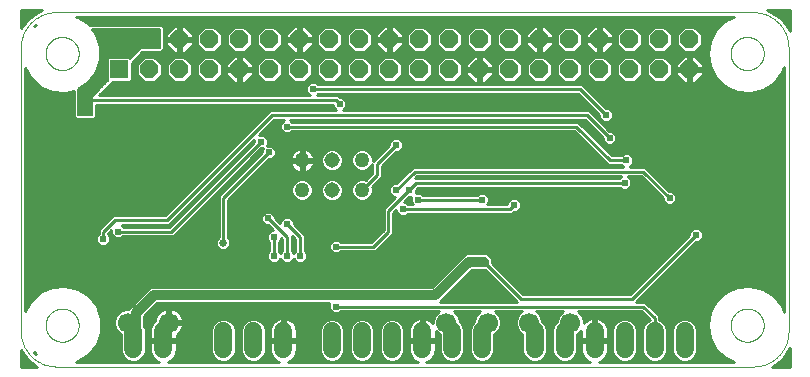
<source format=gbl>
G75*
%MOIN*%
%OFA0B0*%
%FSLAX25Y25*%
%IPPOS*%
%LPD*%
%AMOC8*
5,1,8,0,0,1.08239X$1,22.5*
%
%ADD10C,0.00000*%
%ADD11R,0.06000X0.06000*%
%ADD12OC8,0.06000*%
%ADD13C,0.03181*%
%ADD14C,0.06693*%
%ADD15C,0.06000*%
%ADD16C,0.05000*%
%ADD17C,0.05150*%
%ADD18C,0.02800*%
%ADD19C,0.01000*%
%ADD20C,0.00500*%
%ADD21C,0.02381*%
%ADD22C,0.02362*%
%ADD23C,0.03200*%
%ADD24C,0.02578*%
D10*
X0016811Y0006117D02*
X0249094Y0006117D01*
X0249379Y0006120D01*
X0249665Y0006131D01*
X0249950Y0006148D01*
X0250234Y0006172D01*
X0250518Y0006203D01*
X0250801Y0006241D01*
X0251082Y0006286D01*
X0251363Y0006337D01*
X0251643Y0006395D01*
X0251921Y0006460D01*
X0252197Y0006532D01*
X0252471Y0006610D01*
X0252744Y0006695D01*
X0253014Y0006787D01*
X0253282Y0006885D01*
X0253548Y0006989D01*
X0253811Y0007100D01*
X0254071Y0007217D01*
X0254329Y0007340D01*
X0254583Y0007470D01*
X0254834Y0007606D01*
X0255082Y0007747D01*
X0255326Y0007895D01*
X0255567Y0008048D01*
X0255803Y0008208D01*
X0256036Y0008373D01*
X0256265Y0008543D01*
X0256490Y0008719D01*
X0256710Y0008901D01*
X0256926Y0009087D01*
X0257137Y0009279D01*
X0257344Y0009476D01*
X0257546Y0009678D01*
X0257743Y0009885D01*
X0257935Y0010096D01*
X0258121Y0010312D01*
X0258303Y0010532D01*
X0258479Y0010757D01*
X0258649Y0010986D01*
X0258814Y0011219D01*
X0258974Y0011455D01*
X0259127Y0011696D01*
X0259275Y0011940D01*
X0259416Y0012188D01*
X0259552Y0012439D01*
X0259682Y0012693D01*
X0259805Y0012951D01*
X0259922Y0013211D01*
X0260033Y0013474D01*
X0260137Y0013740D01*
X0260235Y0014008D01*
X0260327Y0014278D01*
X0260412Y0014551D01*
X0260490Y0014825D01*
X0260562Y0015101D01*
X0260627Y0015379D01*
X0260685Y0015659D01*
X0260736Y0015940D01*
X0260781Y0016221D01*
X0260819Y0016504D01*
X0260850Y0016788D01*
X0260874Y0017072D01*
X0260891Y0017357D01*
X0260902Y0017643D01*
X0260905Y0017928D01*
X0260906Y0017928D02*
X0260906Y0112416D01*
X0260905Y0112416D02*
X0260902Y0112701D01*
X0260891Y0112987D01*
X0260874Y0113272D01*
X0260850Y0113556D01*
X0260819Y0113840D01*
X0260781Y0114123D01*
X0260736Y0114404D01*
X0260685Y0114685D01*
X0260627Y0114965D01*
X0260562Y0115243D01*
X0260490Y0115519D01*
X0260412Y0115793D01*
X0260327Y0116066D01*
X0260235Y0116336D01*
X0260137Y0116604D01*
X0260033Y0116870D01*
X0259922Y0117133D01*
X0259805Y0117393D01*
X0259682Y0117651D01*
X0259552Y0117905D01*
X0259416Y0118156D01*
X0259275Y0118404D01*
X0259127Y0118648D01*
X0258974Y0118889D01*
X0258814Y0119125D01*
X0258649Y0119358D01*
X0258479Y0119587D01*
X0258303Y0119812D01*
X0258121Y0120032D01*
X0257935Y0120248D01*
X0257743Y0120459D01*
X0257546Y0120666D01*
X0257344Y0120868D01*
X0257137Y0121065D01*
X0256926Y0121257D01*
X0256710Y0121443D01*
X0256490Y0121625D01*
X0256265Y0121801D01*
X0256036Y0121971D01*
X0255803Y0122136D01*
X0255567Y0122296D01*
X0255326Y0122449D01*
X0255082Y0122597D01*
X0254834Y0122738D01*
X0254583Y0122874D01*
X0254329Y0123004D01*
X0254071Y0123127D01*
X0253811Y0123244D01*
X0253548Y0123355D01*
X0253282Y0123459D01*
X0253014Y0123557D01*
X0252744Y0123649D01*
X0252471Y0123734D01*
X0252197Y0123812D01*
X0251921Y0123884D01*
X0251643Y0123949D01*
X0251363Y0124007D01*
X0251082Y0124058D01*
X0250801Y0124103D01*
X0250518Y0124141D01*
X0250234Y0124172D01*
X0249950Y0124196D01*
X0249665Y0124213D01*
X0249379Y0124224D01*
X0249094Y0124227D01*
X0016811Y0124227D01*
X0016526Y0124224D01*
X0016240Y0124213D01*
X0015955Y0124196D01*
X0015671Y0124172D01*
X0015387Y0124141D01*
X0015104Y0124103D01*
X0014823Y0124058D01*
X0014542Y0124007D01*
X0014262Y0123949D01*
X0013984Y0123884D01*
X0013708Y0123812D01*
X0013434Y0123734D01*
X0013161Y0123649D01*
X0012891Y0123557D01*
X0012623Y0123459D01*
X0012357Y0123355D01*
X0012094Y0123244D01*
X0011834Y0123127D01*
X0011576Y0123004D01*
X0011322Y0122874D01*
X0011071Y0122738D01*
X0010823Y0122597D01*
X0010579Y0122449D01*
X0010338Y0122296D01*
X0010102Y0122136D01*
X0009869Y0121971D01*
X0009640Y0121801D01*
X0009415Y0121625D01*
X0009195Y0121443D01*
X0008979Y0121257D01*
X0008768Y0121065D01*
X0008561Y0120868D01*
X0008359Y0120666D01*
X0008162Y0120459D01*
X0007970Y0120248D01*
X0007784Y0120032D01*
X0007602Y0119812D01*
X0007426Y0119587D01*
X0007256Y0119358D01*
X0007091Y0119125D01*
X0006931Y0118889D01*
X0006778Y0118648D01*
X0006630Y0118404D01*
X0006489Y0118156D01*
X0006353Y0117905D01*
X0006223Y0117651D01*
X0006100Y0117393D01*
X0005983Y0117133D01*
X0005872Y0116870D01*
X0005768Y0116604D01*
X0005670Y0116336D01*
X0005578Y0116066D01*
X0005493Y0115793D01*
X0005415Y0115519D01*
X0005343Y0115243D01*
X0005278Y0114965D01*
X0005220Y0114685D01*
X0005169Y0114404D01*
X0005124Y0114123D01*
X0005086Y0113840D01*
X0005055Y0113556D01*
X0005031Y0113272D01*
X0005014Y0112987D01*
X0005003Y0112701D01*
X0005000Y0112416D01*
X0005000Y0017928D01*
X0005003Y0017643D01*
X0005014Y0017357D01*
X0005031Y0017072D01*
X0005055Y0016788D01*
X0005086Y0016504D01*
X0005124Y0016221D01*
X0005169Y0015940D01*
X0005220Y0015659D01*
X0005278Y0015379D01*
X0005343Y0015101D01*
X0005415Y0014825D01*
X0005493Y0014551D01*
X0005578Y0014278D01*
X0005670Y0014008D01*
X0005768Y0013740D01*
X0005872Y0013474D01*
X0005983Y0013211D01*
X0006100Y0012951D01*
X0006223Y0012693D01*
X0006353Y0012439D01*
X0006489Y0012188D01*
X0006630Y0011940D01*
X0006778Y0011696D01*
X0006931Y0011455D01*
X0007091Y0011219D01*
X0007256Y0010986D01*
X0007426Y0010757D01*
X0007602Y0010532D01*
X0007784Y0010312D01*
X0007970Y0010096D01*
X0008162Y0009885D01*
X0008359Y0009678D01*
X0008561Y0009476D01*
X0008768Y0009279D01*
X0008979Y0009087D01*
X0009195Y0008901D01*
X0009415Y0008719D01*
X0009640Y0008543D01*
X0009869Y0008373D01*
X0010102Y0008208D01*
X0010338Y0008048D01*
X0010579Y0007895D01*
X0010823Y0007747D01*
X0011071Y0007606D01*
X0011322Y0007470D01*
X0011576Y0007340D01*
X0011834Y0007217D01*
X0012094Y0007100D01*
X0012357Y0006989D01*
X0012623Y0006885D01*
X0012891Y0006787D01*
X0013161Y0006695D01*
X0013434Y0006610D01*
X0013708Y0006532D01*
X0013984Y0006460D01*
X0014262Y0006395D01*
X0014542Y0006337D01*
X0014823Y0006286D01*
X0015104Y0006241D01*
X0015387Y0006203D01*
X0015671Y0006172D01*
X0015955Y0006148D01*
X0016240Y0006131D01*
X0016526Y0006120D01*
X0016811Y0006117D01*
X0013268Y0019896D02*
X0013270Y0020044D01*
X0013276Y0020192D01*
X0013286Y0020340D01*
X0013300Y0020487D01*
X0013318Y0020634D01*
X0013339Y0020780D01*
X0013365Y0020926D01*
X0013395Y0021071D01*
X0013428Y0021215D01*
X0013466Y0021358D01*
X0013507Y0021500D01*
X0013552Y0021641D01*
X0013600Y0021781D01*
X0013653Y0021920D01*
X0013709Y0022057D01*
X0013769Y0022192D01*
X0013832Y0022326D01*
X0013899Y0022458D01*
X0013970Y0022588D01*
X0014044Y0022716D01*
X0014121Y0022842D01*
X0014202Y0022966D01*
X0014286Y0023088D01*
X0014373Y0023207D01*
X0014464Y0023324D01*
X0014558Y0023439D01*
X0014654Y0023551D01*
X0014754Y0023661D01*
X0014856Y0023767D01*
X0014962Y0023871D01*
X0015070Y0023972D01*
X0015181Y0024070D01*
X0015294Y0024166D01*
X0015410Y0024258D01*
X0015528Y0024347D01*
X0015649Y0024432D01*
X0015772Y0024515D01*
X0015897Y0024594D01*
X0016024Y0024670D01*
X0016153Y0024742D01*
X0016284Y0024811D01*
X0016417Y0024876D01*
X0016552Y0024937D01*
X0016688Y0024995D01*
X0016825Y0025050D01*
X0016964Y0025100D01*
X0017105Y0025147D01*
X0017246Y0025190D01*
X0017389Y0025230D01*
X0017533Y0025265D01*
X0017677Y0025297D01*
X0017823Y0025324D01*
X0017969Y0025348D01*
X0018116Y0025368D01*
X0018263Y0025384D01*
X0018410Y0025396D01*
X0018558Y0025404D01*
X0018706Y0025408D01*
X0018854Y0025408D01*
X0019002Y0025404D01*
X0019150Y0025396D01*
X0019297Y0025384D01*
X0019444Y0025368D01*
X0019591Y0025348D01*
X0019737Y0025324D01*
X0019883Y0025297D01*
X0020027Y0025265D01*
X0020171Y0025230D01*
X0020314Y0025190D01*
X0020455Y0025147D01*
X0020596Y0025100D01*
X0020735Y0025050D01*
X0020872Y0024995D01*
X0021008Y0024937D01*
X0021143Y0024876D01*
X0021276Y0024811D01*
X0021407Y0024742D01*
X0021536Y0024670D01*
X0021663Y0024594D01*
X0021788Y0024515D01*
X0021911Y0024432D01*
X0022032Y0024347D01*
X0022150Y0024258D01*
X0022266Y0024166D01*
X0022379Y0024070D01*
X0022490Y0023972D01*
X0022598Y0023871D01*
X0022704Y0023767D01*
X0022806Y0023661D01*
X0022906Y0023551D01*
X0023002Y0023439D01*
X0023096Y0023324D01*
X0023187Y0023207D01*
X0023274Y0023088D01*
X0023358Y0022966D01*
X0023439Y0022842D01*
X0023516Y0022716D01*
X0023590Y0022588D01*
X0023661Y0022458D01*
X0023728Y0022326D01*
X0023791Y0022192D01*
X0023851Y0022057D01*
X0023907Y0021920D01*
X0023960Y0021781D01*
X0024008Y0021641D01*
X0024053Y0021500D01*
X0024094Y0021358D01*
X0024132Y0021215D01*
X0024165Y0021071D01*
X0024195Y0020926D01*
X0024221Y0020780D01*
X0024242Y0020634D01*
X0024260Y0020487D01*
X0024274Y0020340D01*
X0024284Y0020192D01*
X0024290Y0020044D01*
X0024292Y0019896D01*
X0024290Y0019748D01*
X0024284Y0019600D01*
X0024274Y0019452D01*
X0024260Y0019305D01*
X0024242Y0019158D01*
X0024221Y0019012D01*
X0024195Y0018866D01*
X0024165Y0018721D01*
X0024132Y0018577D01*
X0024094Y0018434D01*
X0024053Y0018292D01*
X0024008Y0018151D01*
X0023960Y0018011D01*
X0023907Y0017872D01*
X0023851Y0017735D01*
X0023791Y0017600D01*
X0023728Y0017466D01*
X0023661Y0017334D01*
X0023590Y0017204D01*
X0023516Y0017076D01*
X0023439Y0016950D01*
X0023358Y0016826D01*
X0023274Y0016704D01*
X0023187Y0016585D01*
X0023096Y0016468D01*
X0023002Y0016353D01*
X0022906Y0016241D01*
X0022806Y0016131D01*
X0022704Y0016025D01*
X0022598Y0015921D01*
X0022490Y0015820D01*
X0022379Y0015722D01*
X0022266Y0015626D01*
X0022150Y0015534D01*
X0022032Y0015445D01*
X0021911Y0015360D01*
X0021788Y0015277D01*
X0021663Y0015198D01*
X0021536Y0015122D01*
X0021407Y0015050D01*
X0021276Y0014981D01*
X0021143Y0014916D01*
X0021008Y0014855D01*
X0020872Y0014797D01*
X0020735Y0014742D01*
X0020596Y0014692D01*
X0020455Y0014645D01*
X0020314Y0014602D01*
X0020171Y0014562D01*
X0020027Y0014527D01*
X0019883Y0014495D01*
X0019737Y0014468D01*
X0019591Y0014444D01*
X0019444Y0014424D01*
X0019297Y0014408D01*
X0019150Y0014396D01*
X0019002Y0014388D01*
X0018854Y0014384D01*
X0018706Y0014384D01*
X0018558Y0014388D01*
X0018410Y0014396D01*
X0018263Y0014408D01*
X0018116Y0014424D01*
X0017969Y0014444D01*
X0017823Y0014468D01*
X0017677Y0014495D01*
X0017533Y0014527D01*
X0017389Y0014562D01*
X0017246Y0014602D01*
X0017105Y0014645D01*
X0016964Y0014692D01*
X0016825Y0014742D01*
X0016688Y0014797D01*
X0016552Y0014855D01*
X0016417Y0014916D01*
X0016284Y0014981D01*
X0016153Y0015050D01*
X0016024Y0015122D01*
X0015897Y0015198D01*
X0015772Y0015277D01*
X0015649Y0015360D01*
X0015528Y0015445D01*
X0015410Y0015534D01*
X0015294Y0015626D01*
X0015181Y0015722D01*
X0015070Y0015820D01*
X0014962Y0015921D01*
X0014856Y0016025D01*
X0014754Y0016131D01*
X0014654Y0016241D01*
X0014558Y0016353D01*
X0014464Y0016468D01*
X0014373Y0016585D01*
X0014286Y0016704D01*
X0014202Y0016826D01*
X0014121Y0016950D01*
X0014044Y0017076D01*
X0013970Y0017204D01*
X0013899Y0017334D01*
X0013832Y0017466D01*
X0013769Y0017600D01*
X0013709Y0017735D01*
X0013653Y0017872D01*
X0013600Y0018011D01*
X0013552Y0018151D01*
X0013507Y0018292D01*
X0013466Y0018434D01*
X0013428Y0018577D01*
X0013395Y0018721D01*
X0013365Y0018866D01*
X0013339Y0019012D01*
X0013318Y0019158D01*
X0013300Y0019305D01*
X0013286Y0019452D01*
X0013276Y0019600D01*
X0013270Y0019748D01*
X0013268Y0019896D01*
X0013268Y0110447D02*
X0013270Y0110595D01*
X0013276Y0110743D01*
X0013286Y0110891D01*
X0013300Y0111038D01*
X0013318Y0111185D01*
X0013339Y0111331D01*
X0013365Y0111477D01*
X0013395Y0111622D01*
X0013428Y0111766D01*
X0013466Y0111909D01*
X0013507Y0112051D01*
X0013552Y0112192D01*
X0013600Y0112332D01*
X0013653Y0112471D01*
X0013709Y0112608D01*
X0013769Y0112743D01*
X0013832Y0112877D01*
X0013899Y0113009D01*
X0013970Y0113139D01*
X0014044Y0113267D01*
X0014121Y0113393D01*
X0014202Y0113517D01*
X0014286Y0113639D01*
X0014373Y0113758D01*
X0014464Y0113875D01*
X0014558Y0113990D01*
X0014654Y0114102D01*
X0014754Y0114212D01*
X0014856Y0114318D01*
X0014962Y0114422D01*
X0015070Y0114523D01*
X0015181Y0114621D01*
X0015294Y0114717D01*
X0015410Y0114809D01*
X0015528Y0114898D01*
X0015649Y0114983D01*
X0015772Y0115066D01*
X0015897Y0115145D01*
X0016024Y0115221D01*
X0016153Y0115293D01*
X0016284Y0115362D01*
X0016417Y0115427D01*
X0016552Y0115488D01*
X0016688Y0115546D01*
X0016825Y0115601D01*
X0016964Y0115651D01*
X0017105Y0115698D01*
X0017246Y0115741D01*
X0017389Y0115781D01*
X0017533Y0115816D01*
X0017677Y0115848D01*
X0017823Y0115875D01*
X0017969Y0115899D01*
X0018116Y0115919D01*
X0018263Y0115935D01*
X0018410Y0115947D01*
X0018558Y0115955D01*
X0018706Y0115959D01*
X0018854Y0115959D01*
X0019002Y0115955D01*
X0019150Y0115947D01*
X0019297Y0115935D01*
X0019444Y0115919D01*
X0019591Y0115899D01*
X0019737Y0115875D01*
X0019883Y0115848D01*
X0020027Y0115816D01*
X0020171Y0115781D01*
X0020314Y0115741D01*
X0020455Y0115698D01*
X0020596Y0115651D01*
X0020735Y0115601D01*
X0020872Y0115546D01*
X0021008Y0115488D01*
X0021143Y0115427D01*
X0021276Y0115362D01*
X0021407Y0115293D01*
X0021536Y0115221D01*
X0021663Y0115145D01*
X0021788Y0115066D01*
X0021911Y0114983D01*
X0022032Y0114898D01*
X0022150Y0114809D01*
X0022266Y0114717D01*
X0022379Y0114621D01*
X0022490Y0114523D01*
X0022598Y0114422D01*
X0022704Y0114318D01*
X0022806Y0114212D01*
X0022906Y0114102D01*
X0023002Y0113990D01*
X0023096Y0113875D01*
X0023187Y0113758D01*
X0023274Y0113639D01*
X0023358Y0113517D01*
X0023439Y0113393D01*
X0023516Y0113267D01*
X0023590Y0113139D01*
X0023661Y0113009D01*
X0023728Y0112877D01*
X0023791Y0112743D01*
X0023851Y0112608D01*
X0023907Y0112471D01*
X0023960Y0112332D01*
X0024008Y0112192D01*
X0024053Y0112051D01*
X0024094Y0111909D01*
X0024132Y0111766D01*
X0024165Y0111622D01*
X0024195Y0111477D01*
X0024221Y0111331D01*
X0024242Y0111185D01*
X0024260Y0111038D01*
X0024274Y0110891D01*
X0024284Y0110743D01*
X0024290Y0110595D01*
X0024292Y0110447D01*
X0024290Y0110299D01*
X0024284Y0110151D01*
X0024274Y0110003D01*
X0024260Y0109856D01*
X0024242Y0109709D01*
X0024221Y0109563D01*
X0024195Y0109417D01*
X0024165Y0109272D01*
X0024132Y0109128D01*
X0024094Y0108985D01*
X0024053Y0108843D01*
X0024008Y0108702D01*
X0023960Y0108562D01*
X0023907Y0108423D01*
X0023851Y0108286D01*
X0023791Y0108151D01*
X0023728Y0108017D01*
X0023661Y0107885D01*
X0023590Y0107755D01*
X0023516Y0107627D01*
X0023439Y0107501D01*
X0023358Y0107377D01*
X0023274Y0107255D01*
X0023187Y0107136D01*
X0023096Y0107019D01*
X0023002Y0106904D01*
X0022906Y0106792D01*
X0022806Y0106682D01*
X0022704Y0106576D01*
X0022598Y0106472D01*
X0022490Y0106371D01*
X0022379Y0106273D01*
X0022266Y0106177D01*
X0022150Y0106085D01*
X0022032Y0105996D01*
X0021911Y0105911D01*
X0021788Y0105828D01*
X0021663Y0105749D01*
X0021536Y0105673D01*
X0021407Y0105601D01*
X0021276Y0105532D01*
X0021143Y0105467D01*
X0021008Y0105406D01*
X0020872Y0105348D01*
X0020735Y0105293D01*
X0020596Y0105243D01*
X0020455Y0105196D01*
X0020314Y0105153D01*
X0020171Y0105113D01*
X0020027Y0105078D01*
X0019883Y0105046D01*
X0019737Y0105019D01*
X0019591Y0104995D01*
X0019444Y0104975D01*
X0019297Y0104959D01*
X0019150Y0104947D01*
X0019002Y0104939D01*
X0018854Y0104935D01*
X0018706Y0104935D01*
X0018558Y0104939D01*
X0018410Y0104947D01*
X0018263Y0104959D01*
X0018116Y0104975D01*
X0017969Y0104995D01*
X0017823Y0105019D01*
X0017677Y0105046D01*
X0017533Y0105078D01*
X0017389Y0105113D01*
X0017246Y0105153D01*
X0017105Y0105196D01*
X0016964Y0105243D01*
X0016825Y0105293D01*
X0016688Y0105348D01*
X0016552Y0105406D01*
X0016417Y0105467D01*
X0016284Y0105532D01*
X0016153Y0105601D01*
X0016024Y0105673D01*
X0015897Y0105749D01*
X0015772Y0105828D01*
X0015649Y0105911D01*
X0015528Y0105996D01*
X0015410Y0106085D01*
X0015294Y0106177D01*
X0015181Y0106273D01*
X0015070Y0106371D01*
X0014962Y0106472D01*
X0014856Y0106576D01*
X0014754Y0106682D01*
X0014654Y0106792D01*
X0014558Y0106904D01*
X0014464Y0107019D01*
X0014373Y0107136D01*
X0014286Y0107255D01*
X0014202Y0107377D01*
X0014121Y0107501D01*
X0014044Y0107627D01*
X0013970Y0107755D01*
X0013899Y0107885D01*
X0013832Y0108017D01*
X0013769Y0108151D01*
X0013709Y0108286D01*
X0013653Y0108423D01*
X0013600Y0108562D01*
X0013552Y0108702D01*
X0013507Y0108843D01*
X0013466Y0108985D01*
X0013428Y0109128D01*
X0013395Y0109272D01*
X0013365Y0109417D01*
X0013339Y0109563D01*
X0013318Y0109709D01*
X0013300Y0109856D01*
X0013286Y0110003D01*
X0013276Y0110151D01*
X0013270Y0110299D01*
X0013268Y0110447D01*
X0241614Y0110447D02*
X0241616Y0110595D01*
X0241622Y0110743D01*
X0241632Y0110891D01*
X0241646Y0111038D01*
X0241664Y0111185D01*
X0241685Y0111331D01*
X0241711Y0111477D01*
X0241741Y0111622D01*
X0241774Y0111766D01*
X0241812Y0111909D01*
X0241853Y0112051D01*
X0241898Y0112192D01*
X0241946Y0112332D01*
X0241999Y0112471D01*
X0242055Y0112608D01*
X0242115Y0112743D01*
X0242178Y0112877D01*
X0242245Y0113009D01*
X0242316Y0113139D01*
X0242390Y0113267D01*
X0242467Y0113393D01*
X0242548Y0113517D01*
X0242632Y0113639D01*
X0242719Y0113758D01*
X0242810Y0113875D01*
X0242904Y0113990D01*
X0243000Y0114102D01*
X0243100Y0114212D01*
X0243202Y0114318D01*
X0243308Y0114422D01*
X0243416Y0114523D01*
X0243527Y0114621D01*
X0243640Y0114717D01*
X0243756Y0114809D01*
X0243874Y0114898D01*
X0243995Y0114983D01*
X0244118Y0115066D01*
X0244243Y0115145D01*
X0244370Y0115221D01*
X0244499Y0115293D01*
X0244630Y0115362D01*
X0244763Y0115427D01*
X0244898Y0115488D01*
X0245034Y0115546D01*
X0245171Y0115601D01*
X0245310Y0115651D01*
X0245451Y0115698D01*
X0245592Y0115741D01*
X0245735Y0115781D01*
X0245879Y0115816D01*
X0246023Y0115848D01*
X0246169Y0115875D01*
X0246315Y0115899D01*
X0246462Y0115919D01*
X0246609Y0115935D01*
X0246756Y0115947D01*
X0246904Y0115955D01*
X0247052Y0115959D01*
X0247200Y0115959D01*
X0247348Y0115955D01*
X0247496Y0115947D01*
X0247643Y0115935D01*
X0247790Y0115919D01*
X0247937Y0115899D01*
X0248083Y0115875D01*
X0248229Y0115848D01*
X0248373Y0115816D01*
X0248517Y0115781D01*
X0248660Y0115741D01*
X0248801Y0115698D01*
X0248942Y0115651D01*
X0249081Y0115601D01*
X0249218Y0115546D01*
X0249354Y0115488D01*
X0249489Y0115427D01*
X0249622Y0115362D01*
X0249753Y0115293D01*
X0249882Y0115221D01*
X0250009Y0115145D01*
X0250134Y0115066D01*
X0250257Y0114983D01*
X0250378Y0114898D01*
X0250496Y0114809D01*
X0250612Y0114717D01*
X0250725Y0114621D01*
X0250836Y0114523D01*
X0250944Y0114422D01*
X0251050Y0114318D01*
X0251152Y0114212D01*
X0251252Y0114102D01*
X0251348Y0113990D01*
X0251442Y0113875D01*
X0251533Y0113758D01*
X0251620Y0113639D01*
X0251704Y0113517D01*
X0251785Y0113393D01*
X0251862Y0113267D01*
X0251936Y0113139D01*
X0252007Y0113009D01*
X0252074Y0112877D01*
X0252137Y0112743D01*
X0252197Y0112608D01*
X0252253Y0112471D01*
X0252306Y0112332D01*
X0252354Y0112192D01*
X0252399Y0112051D01*
X0252440Y0111909D01*
X0252478Y0111766D01*
X0252511Y0111622D01*
X0252541Y0111477D01*
X0252567Y0111331D01*
X0252588Y0111185D01*
X0252606Y0111038D01*
X0252620Y0110891D01*
X0252630Y0110743D01*
X0252636Y0110595D01*
X0252638Y0110447D01*
X0252636Y0110299D01*
X0252630Y0110151D01*
X0252620Y0110003D01*
X0252606Y0109856D01*
X0252588Y0109709D01*
X0252567Y0109563D01*
X0252541Y0109417D01*
X0252511Y0109272D01*
X0252478Y0109128D01*
X0252440Y0108985D01*
X0252399Y0108843D01*
X0252354Y0108702D01*
X0252306Y0108562D01*
X0252253Y0108423D01*
X0252197Y0108286D01*
X0252137Y0108151D01*
X0252074Y0108017D01*
X0252007Y0107885D01*
X0251936Y0107755D01*
X0251862Y0107627D01*
X0251785Y0107501D01*
X0251704Y0107377D01*
X0251620Y0107255D01*
X0251533Y0107136D01*
X0251442Y0107019D01*
X0251348Y0106904D01*
X0251252Y0106792D01*
X0251152Y0106682D01*
X0251050Y0106576D01*
X0250944Y0106472D01*
X0250836Y0106371D01*
X0250725Y0106273D01*
X0250612Y0106177D01*
X0250496Y0106085D01*
X0250378Y0105996D01*
X0250257Y0105911D01*
X0250134Y0105828D01*
X0250009Y0105749D01*
X0249882Y0105673D01*
X0249753Y0105601D01*
X0249622Y0105532D01*
X0249489Y0105467D01*
X0249354Y0105406D01*
X0249218Y0105348D01*
X0249081Y0105293D01*
X0248942Y0105243D01*
X0248801Y0105196D01*
X0248660Y0105153D01*
X0248517Y0105113D01*
X0248373Y0105078D01*
X0248229Y0105046D01*
X0248083Y0105019D01*
X0247937Y0104995D01*
X0247790Y0104975D01*
X0247643Y0104959D01*
X0247496Y0104947D01*
X0247348Y0104939D01*
X0247200Y0104935D01*
X0247052Y0104935D01*
X0246904Y0104939D01*
X0246756Y0104947D01*
X0246609Y0104959D01*
X0246462Y0104975D01*
X0246315Y0104995D01*
X0246169Y0105019D01*
X0246023Y0105046D01*
X0245879Y0105078D01*
X0245735Y0105113D01*
X0245592Y0105153D01*
X0245451Y0105196D01*
X0245310Y0105243D01*
X0245171Y0105293D01*
X0245034Y0105348D01*
X0244898Y0105406D01*
X0244763Y0105467D01*
X0244630Y0105532D01*
X0244499Y0105601D01*
X0244370Y0105673D01*
X0244243Y0105749D01*
X0244118Y0105828D01*
X0243995Y0105911D01*
X0243874Y0105996D01*
X0243756Y0106085D01*
X0243640Y0106177D01*
X0243527Y0106273D01*
X0243416Y0106371D01*
X0243308Y0106472D01*
X0243202Y0106576D01*
X0243100Y0106682D01*
X0243000Y0106792D01*
X0242904Y0106904D01*
X0242810Y0107019D01*
X0242719Y0107136D01*
X0242632Y0107255D01*
X0242548Y0107377D01*
X0242467Y0107501D01*
X0242390Y0107627D01*
X0242316Y0107755D01*
X0242245Y0107885D01*
X0242178Y0108017D01*
X0242115Y0108151D01*
X0242055Y0108286D01*
X0241999Y0108423D01*
X0241946Y0108562D01*
X0241898Y0108702D01*
X0241853Y0108843D01*
X0241812Y0108985D01*
X0241774Y0109128D01*
X0241741Y0109272D01*
X0241711Y0109417D01*
X0241685Y0109563D01*
X0241664Y0109709D01*
X0241646Y0109856D01*
X0241632Y0110003D01*
X0241622Y0110151D01*
X0241616Y0110299D01*
X0241614Y0110447D01*
X0241614Y0019896D02*
X0241616Y0020044D01*
X0241622Y0020192D01*
X0241632Y0020340D01*
X0241646Y0020487D01*
X0241664Y0020634D01*
X0241685Y0020780D01*
X0241711Y0020926D01*
X0241741Y0021071D01*
X0241774Y0021215D01*
X0241812Y0021358D01*
X0241853Y0021500D01*
X0241898Y0021641D01*
X0241946Y0021781D01*
X0241999Y0021920D01*
X0242055Y0022057D01*
X0242115Y0022192D01*
X0242178Y0022326D01*
X0242245Y0022458D01*
X0242316Y0022588D01*
X0242390Y0022716D01*
X0242467Y0022842D01*
X0242548Y0022966D01*
X0242632Y0023088D01*
X0242719Y0023207D01*
X0242810Y0023324D01*
X0242904Y0023439D01*
X0243000Y0023551D01*
X0243100Y0023661D01*
X0243202Y0023767D01*
X0243308Y0023871D01*
X0243416Y0023972D01*
X0243527Y0024070D01*
X0243640Y0024166D01*
X0243756Y0024258D01*
X0243874Y0024347D01*
X0243995Y0024432D01*
X0244118Y0024515D01*
X0244243Y0024594D01*
X0244370Y0024670D01*
X0244499Y0024742D01*
X0244630Y0024811D01*
X0244763Y0024876D01*
X0244898Y0024937D01*
X0245034Y0024995D01*
X0245171Y0025050D01*
X0245310Y0025100D01*
X0245451Y0025147D01*
X0245592Y0025190D01*
X0245735Y0025230D01*
X0245879Y0025265D01*
X0246023Y0025297D01*
X0246169Y0025324D01*
X0246315Y0025348D01*
X0246462Y0025368D01*
X0246609Y0025384D01*
X0246756Y0025396D01*
X0246904Y0025404D01*
X0247052Y0025408D01*
X0247200Y0025408D01*
X0247348Y0025404D01*
X0247496Y0025396D01*
X0247643Y0025384D01*
X0247790Y0025368D01*
X0247937Y0025348D01*
X0248083Y0025324D01*
X0248229Y0025297D01*
X0248373Y0025265D01*
X0248517Y0025230D01*
X0248660Y0025190D01*
X0248801Y0025147D01*
X0248942Y0025100D01*
X0249081Y0025050D01*
X0249218Y0024995D01*
X0249354Y0024937D01*
X0249489Y0024876D01*
X0249622Y0024811D01*
X0249753Y0024742D01*
X0249882Y0024670D01*
X0250009Y0024594D01*
X0250134Y0024515D01*
X0250257Y0024432D01*
X0250378Y0024347D01*
X0250496Y0024258D01*
X0250612Y0024166D01*
X0250725Y0024070D01*
X0250836Y0023972D01*
X0250944Y0023871D01*
X0251050Y0023767D01*
X0251152Y0023661D01*
X0251252Y0023551D01*
X0251348Y0023439D01*
X0251442Y0023324D01*
X0251533Y0023207D01*
X0251620Y0023088D01*
X0251704Y0022966D01*
X0251785Y0022842D01*
X0251862Y0022716D01*
X0251936Y0022588D01*
X0252007Y0022458D01*
X0252074Y0022326D01*
X0252137Y0022192D01*
X0252197Y0022057D01*
X0252253Y0021920D01*
X0252306Y0021781D01*
X0252354Y0021641D01*
X0252399Y0021500D01*
X0252440Y0021358D01*
X0252478Y0021215D01*
X0252511Y0021071D01*
X0252541Y0020926D01*
X0252567Y0020780D01*
X0252588Y0020634D01*
X0252606Y0020487D01*
X0252620Y0020340D01*
X0252630Y0020192D01*
X0252636Y0020044D01*
X0252638Y0019896D01*
X0252636Y0019748D01*
X0252630Y0019600D01*
X0252620Y0019452D01*
X0252606Y0019305D01*
X0252588Y0019158D01*
X0252567Y0019012D01*
X0252541Y0018866D01*
X0252511Y0018721D01*
X0252478Y0018577D01*
X0252440Y0018434D01*
X0252399Y0018292D01*
X0252354Y0018151D01*
X0252306Y0018011D01*
X0252253Y0017872D01*
X0252197Y0017735D01*
X0252137Y0017600D01*
X0252074Y0017466D01*
X0252007Y0017334D01*
X0251936Y0017204D01*
X0251862Y0017076D01*
X0251785Y0016950D01*
X0251704Y0016826D01*
X0251620Y0016704D01*
X0251533Y0016585D01*
X0251442Y0016468D01*
X0251348Y0016353D01*
X0251252Y0016241D01*
X0251152Y0016131D01*
X0251050Y0016025D01*
X0250944Y0015921D01*
X0250836Y0015820D01*
X0250725Y0015722D01*
X0250612Y0015626D01*
X0250496Y0015534D01*
X0250378Y0015445D01*
X0250257Y0015360D01*
X0250134Y0015277D01*
X0250009Y0015198D01*
X0249882Y0015122D01*
X0249753Y0015050D01*
X0249622Y0014981D01*
X0249489Y0014916D01*
X0249354Y0014855D01*
X0249218Y0014797D01*
X0249081Y0014742D01*
X0248942Y0014692D01*
X0248801Y0014645D01*
X0248660Y0014602D01*
X0248517Y0014562D01*
X0248373Y0014527D01*
X0248229Y0014495D01*
X0248083Y0014468D01*
X0247937Y0014444D01*
X0247790Y0014424D01*
X0247643Y0014408D01*
X0247496Y0014396D01*
X0247348Y0014388D01*
X0247200Y0014384D01*
X0247052Y0014384D01*
X0246904Y0014388D01*
X0246756Y0014396D01*
X0246609Y0014408D01*
X0246462Y0014424D01*
X0246315Y0014444D01*
X0246169Y0014468D01*
X0246023Y0014495D01*
X0245879Y0014527D01*
X0245735Y0014562D01*
X0245592Y0014602D01*
X0245451Y0014645D01*
X0245310Y0014692D01*
X0245171Y0014742D01*
X0245034Y0014797D01*
X0244898Y0014855D01*
X0244763Y0014916D01*
X0244630Y0014981D01*
X0244499Y0015050D01*
X0244370Y0015122D01*
X0244243Y0015198D01*
X0244118Y0015277D01*
X0243995Y0015360D01*
X0243874Y0015445D01*
X0243756Y0015534D01*
X0243640Y0015626D01*
X0243527Y0015722D01*
X0243416Y0015820D01*
X0243308Y0015921D01*
X0243202Y0016025D01*
X0243100Y0016131D01*
X0243000Y0016241D01*
X0242904Y0016353D01*
X0242810Y0016468D01*
X0242719Y0016585D01*
X0242632Y0016704D01*
X0242548Y0016826D01*
X0242467Y0016950D01*
X0242390Y0017076D01*
X0242316Y0017204D01*
X0242245Y0017334D01*
X0242178Y0017466D01*
X0242115Y0017600D01*
X0242055Y0017735D01*
X0241999Y0017872D01*
X0241946Y0018011D01*
X0241898Y0018151D01*
X0241853Y0018292D01*
X0241812Y0018434D01*
X0241774Y0018577D01*
X0241741Y0018721D01*
X0241711Y0018866D01*
X0241685Y0019012D01*
X0241664Y0019158D01*
X0241646Y0019305D01*
X0241632Y0019452D01*
X0241622Y0019600D01*
X0241616Y0019748D01*
X0241614Y0019896D01*
D11*
X0037835Y0105132D03*
D12*
X0047835Y0105132D03*
X0057835Y0105132D03*
X0067835Y0105132D03*
X0077835Y0105132D03*
X0087835Y0105132D03*
X0097835Y0105132D03*
X0107835Y0105132D03*
X0117835Y0105132D03*
X0127835Y0105132D03*
X0137835Y0105132D03*
X0147835Y0105132D03*
X0157835Y0105132D03*
X0167835Y0105132D03*
X0177835Y0105132D03*
X0187835Y0105132D03*
X0197835Y0105132D03*
X0207835Y0105132D03*
X0217835Y0105132D03*
X0227835Y0105132D03*
X0227835Y0115132D03*
X0217835Y0115132D03*
X0207835Y0115132D03*
X0197835Y0115132D03*
X0187835Y0115132D03*
X0177835Y0115132D03*
X0167835Y0115132D03*
X0157835Y0115132D03*
X0147835Y0115132D03*
X0137835Y0115132D03*
X0127835Y0115132D03*
X0117835Y0115132D03*
X0107835Y0115132D03*
X0097835Y0115132D03*
X0087835Y0115132D03*
X0077835Y0115132D03*
X0067835Y0115132D03*
X0057835Y0115132D03*
X0047835Y0115132D03*
X0037835Y0115132D03*
D13*
X0031969Y0063085D03*
X0030000Y0061117D03*
X0028031Y0063085D03*
X0028031Y0059148D03*
X0031969Y0059148D03*
X0165000Y0044867D03*
X0167500Y0044867D03*
X0170000Y0044867D03*
D14*
X0174390Y0020723D03*
X0188169Y0020723D03*
X0160610Y0020723D03*
X0146831Y0020723D03*
X0054390Y0020723D03*
X0040610Y0020723D03*
D15*
X0042500Y0017867D02*
X0042500Y0011867D01*
X0052500Y0011867D02*
X0052500Y0017867D01*
X0072500Y0017867D02*
X0072500Y0011867D01*
X0082500Y0011867D02*
X0082500Y0017867D01*
X0092500Y0017867D02*
X0092500Y0011867D01*
X0108750Y0011867D02*
X0108750Y0017867D01*
X0118750Y0017867D02*
X0118750Y0011867D01*
X0128750Y0011867D02*
X0128750Y0017867D01*
X0138750Y0017867D02*
X0138750Y0011867D01*
X0148750Y0011867D02*
X0148750Y0017867D01*
X0158750Y0017867D02*
X0158750Y0011867D01*
X0176250Y0011867D02*
X0176250Y0017867D01*
X0186250Y0017867D02*
X0186250Y0011867D01*
X0196250Y0011867D02*
X0196250Y0017867D01*
X0206250Y0017867D02*
X0206250Y0011867D01*
X0216250Y0011867D02*
X0216250Y0017867D01*
X0226250Y0017867D02*
X0226250Y0011867D01*
D16*
X0118750Y0064867D03*
X0098750Y0064867D03*
X0098750Y0074867D03*
X0118750Y0074867D03*
D17*
X0108750Y0074867D03*
X0108750Y0064867D03*
D18*
X0165000Y0044867D02*
X0170000Y0044867D01*
D19*
X0010421Y0006117D02*
X0005000Y0006117D01*
X0010421Y0006117D01*
X0007281Y0008398D01*
X0007281Y0008398D01*
X0005000Y0011538D01*
X0005000Y0006117D01*
X0005000Y0007115D02*
X0009047Y0007115D01*
X0007673Y0008114D02*
X0005000Y0008114D01*
X0005000Y0009112D02*
X0006763Y0009112D01*
X0006037Y0010111D02*
X0005000Y0010111D01*
X0005000Y0011109D02*
X0005312Y0011109D01*
X0009344Y0010879D02*
X0009934Y0010336D01*
X0009520Y0010637D01*
X0009344Y0010879D01*
X0023345Y0007617D02*
X0024084Y0007804D01*
X0027723Y0010181D01*
X0030393Y0013611D01*
X0031804Y0017723D01*
X0031804Y0022070D01*
X0030393Y0026181D01*
X0027723Y0029611D01*
X0024084Y0031989D01*
X0019870Y0033056D01*
X0015538Y0032697D01*
X0011557Y0030951D01*
X0008359Y0028007D01*
X0006500Y0024571D01*
X0006500Y0105772D01*
X0008359Y0102337D01*
X0011557Y0099393D01*
X0015538Y0097647D01*
X0019870Y0097288D01*
X0022650Y0097992D01*
X0022650Y0089307D01*
X0023441Y0088517D01*
X0029309Y0088517D01*
X0030100Y0089307D01*
X0030100Y0093267D01*
X0108959Y0093267D01*
X0108959Y0092668D01*
X0110161Y0091467D01*
X0088087Y0091467D01*
X0087150Y0090529D01*
X0053087Y0056467D01*
X0035587Y0056467D01*
X0031837Y0052717D01*
X0030900Y0051779D01*
X0030900Y0050256D01*
X0030209Y0049565D01*
X0030209Y0047668D01*
X0031551Y0046326D01*
X0033449Y0046326D01*
X0034791Y0047668D01*
X0034791Y0049565D01*
X0034100Y0050256D01*
X0034100Y0050454D01*
X0035209Y0051563D01*
X0035209Y0050168D01*
X0036551Y0048826D01*
X0038449Y0048826D01*
X0039139Y0049517D01*
X0055663Y0049517D01*
X0056600Y0050454D01*
X0084972Y0078826D01*
X0085720Y0078826D01*
X0085336Y0078442D01*
X0085336Y0077466D01*
X0071837Y0063967D01*
X0070900Y0063029D01*
X0070900Y0049145D01*
X0070111Y0048356D01*
X0070111Y0046377D01*
X0071510Y0044978D01*
X0073490Y0044978D01*
X0074889Y0046377D01*
X0074889Y0048356D01*
X0074100Y0049145D01*
X0074100Y0061704D01*
X0087599Y0075203D01*
X0088576Y0075203D01*
X0089917Y0076545D01*
X0089917Y0078442D01*
X0088576Y0079784D01*
X0086907Y0079784D01*
X0087291Y0080168D01*
X0087291Y0082065D01*
X0085949Y0083407D01*
X0084553Y0083407D01*
X0089413Y0088267D01*
X0092661Y0088267D01*
X0091459Y0087065D01*
X0091459Y0085168D01*
X0092801Y0083826D01*
X0094699Y0083826D01*
X0095389Y0084517D01*
X0189337Y0084517D01*
X0200587Y0073267D01*
X0205236Y0073267D01*
X0205786Y0072717D01*
X0135587Y0072717D01*
X0134650Y0071779D01*
X0130028Y0067157D01*
X0129051Y0067157D01*
X0127709Y0065815D01*
X0127709Y0063918D01*
X0129051Y0062576D01*
X0129822Y0062576D01*
X0126837Y0059592D01*
X0125900Y0058654D01*
X0125900Y0051779D01*
X0121837Y0047717D01*
X0111639Y0047717D01*
X0110949Y0048407D01*
X0109051Y0048407D01*
X0107709Y0047065D01*
X0107709Y0045168D01*
X0109051Y0043826D01*
X0110949Y0043826D01*
X0111639Y0044517D01*
X0123163Y0044517D01*
X0124100Y0045454D01*
X0129100Y0050454D01*
X0129100Y0057329D01*
X0130209Y0058438D01*
X0130209Y0057668D01*
X0131551Y0056326D01*
X0133449Y0056326D01*
X0134139Y0057017D01*
X0168788Y0057017D01*
X0169347Y0057576D01*
X0170324Y0057576D01*
X0171666Y0058918D01*
X0171666Y0060815D01*
X0170324Y0062157D01*
X0168426Y0062157D01*
X0167084Y0060815D01*
X0167084Y0060217D01*
X0160464Y0060217D01*
X0161041Y0060793D01*
X0161041Y0062690D01*
X0159699Y0064032D01*
X0157801Y0064032D01*
X0157111Y0063342D01*
X0139139Y0063342D01*
X0138449Y0064032D01*
X0136666Y0064032D01*
X0136666Y0064894D01*
X0137538Y0065767D01*
X0204611Y0065767D01*
X0205301Y0065076D01*
X0207199Y0065076D01*
X0208541Y0066418D01*
X0208541Y0068315D01*
X0207339Y0069517D01*
X0211837Y0069517D01*
X0218959Y0062394D01*
X0218959Y0061418D01*
X0220301Y0060076D01*
X0222199Y0060076D01*
X0223541Y0061418D01*
X0223541Y0063315D01*
X0222199Y0064657D01*
X0221222Y0064657D01*
X0213163Y0072717D01*
X0207964Y0072717D01*
X0209166Y0073918D01*
X0209166Y0075815D01*
X0207824Y0077157D01*
X0205926Y0077157D01*
X0205236Y0076467D01*
X0201913Y0076467D01*
X0190663Y0087717D01*
X0095389Y0087717D01*
X0094839Y0088267D01*
X0193087Y0088267D01*
X0198959Y0082394D01*
X0198959Y0081418D01*
X0200301Y0080076D01*
X0202199Y0080076D01*
X0203541Y0081418D01*
X0203541Y0083315D01*
X0202199Y0084657D01*
X0201222Y0084657D01*
X0195350Y0090529D01*
X0194413Y0091467D01*
X0112339Y0091467D01*
X0113541Y0092668D01*
X0113541Y0094565D01*
X0112199Y0095907D01*
X0111222Y0095907D01*
X0110663Y0096467D01*
X0103589Y0096467D01*
X0104139Y0097017D01*
X0190587Y0097017D01*
X0197709Y0089894D01*
X0197709Y0088918D01*
X0199051Y0087576D01*
X0200949Y0087576D01*
X0202291Y0088918D01*
X0202291Y0090815D01*
X0200949Y0092157D01*
X0199972Y0092157D01*
X0191913Y0100217D01*
X0104139Y0100217D01*
X0103449Y0100907D01*
X0101551Y0100907D01*
X0100209Y0099565D01*
X0100209Y0097668D01*
X0101411Y0096467D01*
X0031009Y0096467D01*
X0035575Y0101032D01*
X0041290Y0101032D01*
X0041935Y0101677D01*
X0041935Y0107392D01*
X0045559Y0111017D01*
X0051809Y0111017D01*
X0052600Y0111807D01*
X0052600Y0119176D01*
X0051809Y0119967D01*
X0027875Y0119967D01*
X0027723Y0120162D01*
X0024084Y0122540D01*
X0023345Y0122727D01*
X0242696Y0122727D01*
X0239904Y0121502D01*
X0236706Y0118558D01*
X0234637Y0114735D01*
X0233921Y0110447D01*
X0234637Y0106160D01*
X0236706Y0102337D01*
X0239904Y0099393D01*
X0243884Y0097647D01*
X0248216Y0097288D01*
X0252430Y0098355D01*
X0256069Y0100732D01*
X0258739Y0104163D01*
X0259406Y0106104D01*
X0259406Y0024240D01*
X0258739Y0026181D01*
X0256069Y0029611D01*
X0252430Y0031989D01*
X0248216Y0033056D01*
X0243884Y0032697D01*
X0239904Y0030951D01*
X0236706Y0028007D01*
X0234637Y0024184D01*
X0233921Y0019896D01*
X0234637Y0015609D01*
X0236706Y0011786D01*
X0239904Y0008842D01*
X0242696Y0007617D01*
X0197732Y0007617D01*
X0197977Y0007696D01*
X0198609Y0008018D01*
X0199182Y0008434D01*
X0199682Y0008935D01*
X0200099Y0009508D01*
X0200420Y0010139D01*
X0200639Y0010813D01*
X0200750Y0011512D01*
X0200750Y0014367D01*
X0196750Y0014367D01*
X0196750Y0015367D01*
X0195750Y0015367D01*
X0195750Y0022344D01*
X0195196Y0022256D01*
X0194523Y0022037D01*
X0193891Y0021715D01*
X0193318Y0021299D01*
X0192818Y0020798D01*
X0192616Y0020520D01*
X0192616Y0021607D01*
X0191939Y0023242D01*
X0190688Y0024492D01*
X0190630Y0024517D01*
X0211837Y0024517D01*
X0214650Y0021704D01*
X0214650Y0021642D01*
X0213928Y0021342D01*
X0212774Y0020189D01*
X0212150Y0018682D01*
X0212150Y0011051D01*
X0212774Y0009544D01*
X0213928Y0008391D01*
X0215434Y0007767D01*
X0217066Y0007767D01*
X0218572Y0008391D01*
X0219726Y0009544D01*
X0220350Y0011051D01*
X0220350Y0018682D01*
X0219726Y0020189D01*
X0218572Y0021342D01*
X0217850Y0021642D01*
X0217850Y0023029D01*
X0216913Y0023967D01*
X0216913Y0023967D01*
X0214100Y0026779D01*
X0214100Y0026779D01*
X0213163Y0027717D01*
X0210113Y0027717D01*
X0210350Y0027954D01*
X0229972Y0047576D01*
X0230949Y0047576D01*
X0232291Y0048918D01*
X0232291Y0050815D01*
X0230949Y0052157D01*
X0229051Y0052157D01*
X0227709Y0050815D01*
X0227709Y0049839D01*
X0208087Y0030217D01*
X0172538Y0030217D01*
X0162075Y0040679D01*
X0162075Y0041654D01*
X0161664Y0042646D01*
X0160904Y0043406D01*
X0159912Y0043817D01*
X0153838Y0043817D01*
X0152846Y0043406D01*
X0152086Y0042646D01*
X0142007Y0032567D01*
X0048842Y0032567D01*
X0047850Y0032156D01*
X0041971Y0026277D01*
X0041211Y0025517D01*
X0041067Y0025169D01*
X0039726Y0025169D01*
X0038092Y0024492D01*
X0036841Y0023242D01*
X0036164Y0021607D01*
X0036164Y0019838D01*
X0036841Y0018204D01*
X0038092Y0016953D01*
X0038400Y0016826D01*
X0038400Y0011051D01*
X0039024Y0009544D01*
X0040178Y0008391D01*
X0041684Y0007767D01*
X0043316Y0007767D01*
X0044822Y0008391D01*
X0045976Y0009544D01*
X0046600Y0011051D01*
X0046600Y0018682D01*
X0046200Y0019648D01*
X0046200Y0022869D01*
X0050497Y0027167D01*
X0107811Y0027167D01*
X0107709Y0027065D01*
X0107709Y0025168D01*
X0109051Y0023826D01*
X0110949Y0023826D01*
X0111639Y0024517D01*
X0144370Y0024517D01*
X0144312Y0024492D01*
X0143061Y0023242D01*
X0142384Y0021607D01*
X0142384Y0020520D01*
X0142182Y0020798D01*
X0141682Y0021299D01*
X0141109Y0021715D01*
X0140477Y0022037D01*
X0139804Y0022256D01*
X0139250Y0022344D01*
X0139250Y0015367D01*
X0138250Y0015367D01*
X0138250Y0022344D01*
X0137696Y0022256D01*
X0137023Y0022037D01*
X0136391Y0021715D01*
X0135818Y0021299D01*
X0135318Y0020798D01*
X0134901Y0020225D01*
X0134580Y0019594D01*
X0134361Y0018920D01*
X0134250Y0018221D01*
X0134250Y0015367D01*
X0138250Y0015367D01*
X0138250Y0014367D01*
X0134250Y0014367D01*
X0134250Y0011512D01*
X0134361Y0010813D01*
X0134580Y0010139D01*
X0134901Y0009508D01*
X0135318Y0008935D01*
X0135818Y0008434D01*
X0136391Y0008018D01*
X0137023Y0007696D01*
X0137268Y0007617D01*
X0093982Y0007617D01*
X0094227Y0007696D01*
X0094859Y0008018D01*
X0095432Y0008434D01*
X0095932Y0008935D01*
X0096349Y0009508D01*
X0096670Y0010139D01*
X0096889Y0010813D01*
X0097000Y0011512D01*
X0097000Y0014367D01*
X0093000Y0014367D01*
X0093000Y0015367D01*
X0092000Y0015367D01*
X0092000Y0022344D01*
X0091446Y0022256D01*
X0090773Y0022037D01*
X0090141Y0021715D01*
X0089568Y0021299D01*
X0089068Y0020798D01*
X0088651Y0020225D01*
X0088330Y0019594D01*
X0088111Y0018920D01*
X0088000Y0018221D01*
X0088000Y0015367D01*
X0092000Y0015367D01*
X0092000Y0014367D01*
X0088000Y0014367D01*
X0088000Y0011512D01*
X0088111Y0010813D01*
X0088330Y0010139D01*
X0088651Y0009508D01*
X0089068Y0008935D01*
X0089568Y0008434D01*
X0090141Y0008018D01*
X0090773Y0007696D01*
X0091018Y0007617D01*
X0053982Y0007617D01*
X0054227Y0007696D01*
X0054859Y0008018D01*
X0055432Y0008434D01*
X0055932Y0008935D01*
X0056349Y0009508D01*
X0056670Y0010139D01*
X0056889Y0010813D01*
X0057000Y0011512D01*
X0057000Y0014367D01*
X0053000Y0014367D01*
X0053000Y0015367D01*
X0057000Y0015367D01*
X0057000Y0016629D01*
X0057547Y0017026D01*
X0058086Y0017566D01*
X0058535Y0018183D01*
X0058881Y0018863D01*
X0059117Y0019588D01*
X0059217Y0020223D01*
X0056350Y0020223D01*
X0056349Y0020225D01*
X0055932Y0020798D01*
X0055508Y0021223D01*
X0059217Y0021223D01*
X0059117Y0021858D01*
X0058881Y0022583D01*
X0058535Y0023263D01*
X0058086Y0023880D01*
X0057547Y0024420D01*
X0056930Y0024868D01*
X0056250Y0025214D01*
X0055525Y0025450D01*
X0054890Y0025551D01*
X0054890Y0021693D01*
X0054859Y0021715D01*
X0054227Y0022037D01*
X0053890Y0022147D01*
X0053890Y0025551D01*
X0053255Y0025450D01*
X0052529Y0025214D01*
X0051850Y0024868D01*
X0051233Y0024420D01*
X0050693Y0023880D01*
X0050245Y0023263D01*
X0049898Y0022583D01*
X0049663Y0021858D01*
X0049575Y0021304D01*
X0049568Y0021299D01*
X0049068Y0020798D01*
X0048651Y0020225D01*
X0048330Y0019594D01*
X0048111Y0018920D01*
X0048000Y0018221D01*
X0048000Y0015367D01*
X0052000Y0015367D01*
X0052000Y0014367D01*
X0048000Y0014367D01*
X0048000Y0011512D01*
X0048111Y0010813D01*
X0048330Y0010139D01*
X0048651Y0009508D01*
X0049068Y0008935D01*
X0049568Y0008434D01*
X0050141Y0008018D01*
X0050773Y0007696D01*
X0051018Y0007617D01*
X0023345Y0007617D01*
X0024558Y0008114D02*
X0040847Y0008114D01*
X0039456Y0009112D02*
X0026087Y0009112D01*
X0027615Y0010111D02*
X0038790Y0010111D01*
X0038400Y0011109D02*
X0028445Y0011109D01*
X0029222Y0012108D02*
X0038400Y0012108D01*
X0038400Y0013106D02*
X0030000Y0013106D01*
X0030562Y0014105D02*
X0038400Y0014105D01*
X0038400Y0015103D02*
X0030905Y0015103D01*
X0031248Y0016102D02*
X0038400Y0016102D01*
X0037945Y0017100D02*
X0031590Y0017100D01*
X0031804Y0018099D02*
X0036946Y0018099D01*
X0036471Y0019097D02*
X0031804Y0019097D01*
X0031804Y0020096D02*
X0036164Y0020096D01*
X0036164Y0021094D02*
X0031804Y0021094D01*
X0031796Y0022093D02*
X0036365Y0022093D01*
X0036778Y0023091D02*
X0031453Y0023091D01*
X0031111Y0024090D02*
X0037689Y0024090D01*
X0039530Y0025088D02*
X0030768Y0025088D01*
X0030425Y0026087D02*
X0041781Y0026087D01*
X0042779Y0027085D02*
X0029689Y0027085D01*
X0028912Y0028084D02*
X0043778Y0028084D01*
X0044776Y0029082D02*
X0028134Y0029082D01*
X0027004Y0030081D02*
X0045775Y0030081D01*
X0046773Y0031079D02*
X0025476Y0031079D01*
X0023731Y0032078D02*
X0047772Y0032078D01*
X0050416Y0027085D02*
X0107729Y0027085D01*
X0107709Y0026087D02*
X0049418Y0026087D01*
X0048419Y0025088D02*
X0052282Y0025088D01*
X0053890Y0025088D02*
X0054890Y0025088D01*
X0054890Y0024090D02*
X0053890Y0024090D01*
X0053890Y0023091D02*
X0054890Y0023091D01*
X0054890Y0022093D02*
X0054055Y0022093D01*
X0055636Y0021094D02*
X0069929Y0021094D01*
X0070178Y0021342D02*
X0069024Y0020189D01*
X0068400Y0018682D01*
X0068400Y0011051D01*
X0069024Y0009544D01*
X0070178Y0008391D01*
X0071684Y0007767D01*
X0073316Y0007767D01*
X0074822Y0008391D01*
X0075976Y0009544D01*
X0076600Y0011051D01*
X0076600Y0018682D01*
X0075976Y0020189D01*
X0074822Y0021342D01*
X0073316Y0021967D01*
X0071684Y0021967D01*
X0070178Y0021342D01*
X0068986Y0020096D02*
X0059197Y0020096D01*
X0058957Y0019097D02*
X0068572Y0019097D01*
X0068400Y0018099D02*
X0058474Y0018099D01*
X0057621Y0017100D02*
X0068400Y0017100D01*
X0068400Y0016102D02*
X0057000Y0016102D01*
X0057000Y0014105D02*
X0068400Y0014105D01*
X0068400Y0015103D02*
X0053000Y0015103D01*
X0052000Y0015103D02*
X0046600Y0015103D01*
X0046600Y0014105D02*
X0048000Y0014105D01*
X0048000Y0013106D02*
X0046600Y0013106D01*
X0046600Y0012108D02*
X0048000Y0012108D01*
X0048064Y0011109D02*
X0046600Y0011109D01*
X0046210Y0010111D02*
X0048344Y0010111D01*
X0048939Y0009112D02*
X0045544Y0009112D01*
X0044153Y0008114D02*
X0050010Y0008114D01*
X0054990Y0008114D02*
X0070847Y0008114D01*
X0069456Y0009112D02*
X0056061Y0009112D01*
X0056656Y0010111D02*
X0068790Y0010111D01*
X0068400Y0011109D02*
X0056936Y0011109D01*
X0057000Y0012108D02*
X0068400Y0012108D01*
X0068400Y0013106D02*
X0057000Y0013106D01*
X0048000Y0016102D02*
X0046600Y0016102D01*
X0046600Y0017100D02*
X0048000Y0017100D01*
X0048000Y0018099D02*
X0046600Y0018099D01*
X0046428Y0019097D02*
X0048168Y0019097D01*
X0048585Y0020096D02*
X0046200Y0020096D01*
X0046200Y0021094D02*
X0049364Y0021094D01*
X0049739Y0022093D02*
X0046200Y0022093D01*
X0046422Y0023091D02*
X0050157Y0023091D01*
X0050903Y0024090D02*
X0047421Y0024090D01*
X0056497Y0025088D02*
X0107789Y0025088D01*
X0108787Y0024090D02*
X0057877Y0024090D01*
X0058622Y0023091D02*
X0142999Y0023091D01*
X0142585Y0022093D02*
X0140305Y0022093D01*
X0139250Y0022093D02*
X0138250Y0022093D01*
X0138250Y0021094D02*
X0139250Y0021094D01*
X0139250Y0020096D02*
X0138250Y0020096D01*
X0138250Y0019097D02*
X0139250Y0019097D01*
X0139250Y0018099D02*
X0138250Y0018099D01*
X0138250Y0017100D02*
X0139250Y0017100D01*
X0139250Y0016102D02*
X0138250Y0016102D01*
X0138250Y0015103D02*
X0132850Y0015103D01*
X0132850Y0014105D02*
X0134250Y0014105D01*
X0134250Y0013106D02*
X0132850Y0013106D01*
X0132850Y0012108D02*
X0134250Y0012108D01*
X0134314Y0011109D02*
X0132850Y0011109D01*
X0132850Y0011051D02*
X0132226Y0009544D01*
X0131072Y0008391D01*
X0129566Y0007767D01*
X0127934Y0007767D01*
X0126428Y0008391D01*
X0125274Y0009544D01*
X0124650Y0011051D01*
X0124650Y0018682D01*
X0125274Y0020189D01*
X0126428Y0021342D01*
X0127934Y0021967D01*
X0129566Y0021967D01*
X0131072Y0021342D01*
X0132226Y0020189D01*
X0132850Y0018682D01*
X0132850Y0011051D01*
X0132460Y0010111D02*
X0134594Y0010111D01*
X0135189Y0009112D02*
X0131794Y0009112D01*
X0130403Y0008114D02*
X0136260Y0008114D01*
X0140232Y0007617D02*
X0140477Y0007696D01*
X0141109Y0008018D01*
X0141682Y0008434D01*
X0142182Y0008935D01*
X0142599Y0009508D01*
X0142920Y0010139D01*
X0143139Y0010813D01*
X0143250Y0011512D01*
X0143250Y0014367D01*
X0139250Y0014367D01*
X0139250Y0015367D01*
X0143250Y0015367D01*
X0143250Y0018015D01*
X0144312Y0016953D01*
X0144650Y0016813D01*
X0144650Y0011051D01*
X0145274Y0009544D01*
X0146428Y0008391D01*
X0147934Y0007767D01*
X0149566Y0007767D01*
X0151072Y0008391D01*
X0152226Y0009544D01*
X0152850Y0011051D01*
X0152850Y0018682D01*
X0152226Y0020189D01*
X0151277Y0021138D01*
X0151277Y0021607D01*
X0150600Y0023242D01*
X0149349Y0024492D01*
X0149291Y0024517D01*
X0158150Y0024517D01*
X0158092Y0024492D01*
X0156841Y0023242D01*
X0156164Y0021607D01*
X0156164Y0021079D01*
X0155274Y0020189D01*
X0154650Y0018682D01*
X0154650Y0011051D01*
X0155274Y0009544D01*
X0156428Y0008391D01*
X0157934Y0007767D01*
X0159566Y0007767D01*
X0161072Y0008391D01*
X0162226Y0009544D01*
X0162850Y0011051D01*
X0162850Y0016838D01*
X0163129Y0016953D01*
X0164380Y0018204D01*
X0165057Y0019838D01*
X0165057Y0021607D01*
X0164380Y0023242D01*
X0163129Y0024492D01*
X0163071Y0024517D01*
X0171929Y0024517D01*
X0171871Y0024492D01*
X0170620Y0023242D01*
X0169943Y0021607D01*
X0169943Y0019838D01*
X0170620Y0018204D01*
X0171871Y0016953D01*
X0172150Y0016838D01*
X0172150Y0011051D01*
X0172774Y0009544D01*
X0173928Y0008391D01*
X0175434Y0007767D01*
X0177066Y0007767D01*
X0178572Y0008391D01*
X0179726Y0009544D01*
X0180350Y0011051D01*
X0180350Y0018682D01*
X0179726Y0020189D01*
X0178836Y0021079D01*
X0178836Y0021607D01*
X0178159Y0023242D01*
X0176908Y0024492D01*
X0176850Y0024517D01*
X0185709Y0024517D01*
X0185651Y0024492D01*
X0184400Y0023242D01*
X0183723Y0021607D01*
X0183723Y0021138D01*
X0182774Y0020189D01*
X0182150Y0018682D01*
X0182150Y0011051D01*
X0182774Y0009544D01*
X0183928Y0008391D01*
X0185434Y0007767D01*
X0187066Y0007767D01*
X0188572Y0008391D01*
X0189726Y0009544D01*
X0190350Y0011051D01*
X0190350Y0016813D01*
X0190688Y0016953D01*
X0191750Y0018015D01*
X0191750Y0015367D01*
X0195750Y0015367D01*
X0195750Y0014367D01*
X0191750Y0014367D01*
X0191750Y0011512D01*
X0191861Y0010813D01*
X0192080Y0010139D01*
X0192401Y0009508D01*
X0192818Y0008935D01*
X0193318Y0008434D01*
X0193891Y0008018D01*
X0194523Y0007696D01*
X0194768Y0007617D01*
X0140232Y0007617D01*
X0141240Y0008114D02*
X0147097Y0008114D01*
X0145706Y0009112D02*
X0142311Y0009112D01*
X0142906Y0010111D02*
X0145040Y0010111D01*
X0144650Y0011109D02*
X0143186Y0011109D01*
X0143250Y0012108D02*
X0144650Y0012108D01*
X0144650Y0013106D02*
X0143250Y0013106D01*
X0143250Y0014105D02*
X0144650Y0014105D01*
X0144650Y0015103D02*
X0139250Y0015103D01*
X0143250Y0016102D02*
X0144650Y0016102D01*
X0144165Y0017100D02*
X0143250Y0017100D01*
X0142384Y0021094D02*
X0141886Y0021094D01*
X0137195Y0022093D02*
X0094055Y0022093D01*
X0094227Y0022037D02*
X0093554Y0022256D01*
X0093000Y0022344D01*
X0093000Y0015367D01*
X0097000Y0015367D01*
X0097000Y0018221D01*
X0096889Y0018920D01*
X0096670Y0019594D01*
X0096349Y0020225D01*
X0095932Y0020798D01*
X0095432Y0021299D01*
X0094859Y0021715D01*
X0094227Y0022037D01*
X0093000Y0022093D02*
X0092000Y0022093D01*
X0092000Y0021094D02*
X0093000Y0021094D01*
X0093000Y0020096D02*
X0092000Y0020096D01*
X0092000Y0019097D02*
X0093000Y0019097D01*
X0093000Y0018099D02*
X0092000Y0018099D01*
X0092000Y0017100D02*
X0093000Y0017100D01*
X0093000Y0016102D02*
X0092000Y0016102D01*
X0092000Y0015103D02*
X0086600Y0015103D01*
X0086600Y0014105D02*
X0088000Y0014105D01*
X0088000Y0013106D02*
X0086600Y0013106D01*
X0086600Y0012108D02*
X0088000Y0012108D01*
X0088064Y0011109D02*
X0086600Y0011109D01*
X0086600Y0011051D02*
X0086600Y0018682D01*
X0085976Y0020189D01*
X0084822Y0021342D01*
X0083316Y0021967D01*
X0081684Y0021967D01*
X0080178Y0021342D01*
X0079024Y0020189D01*
X0078400Y0018682D01*
X0078400Y0011051D01*
X0079024Y0009544D01*
X0080178Y0008391D01*
X0081684Y0007767D01*
X0083316Y0007767D01*
X0084822Y0008391D01*
X0085976Y0009544D01*
X0086600Y0011051D01*
X0086210Y0010111D02*
X0088344Y0010111D01*
X0088939Y0009112D02*
X0085544Y0009112D01*
X0084153Y0008114D02*
X0090010Y0008114D01*
X0094990Y0008114D02*
X0107097Y0008114D01*
X0106428Y0008391D02*
X0107934Y0007767D01*
X0109566Y0007767D01*
X0111072Y0008391D01*
X0112226Y0009544D01*
X0112850Y0011051D01*
X0112850Y0018682D01*
X0112226Y0020189D01*
X0111072Y0021342D01*
X0109566Y0021967D01*
X0107934Y0021967D01*
X0106428Y0021342D01*
X0105274Y0020189D01*
X0104650Y0018682D01*
X0104650Y0011051D01*
X0105274Y0009544D01*
X0106428Y0008391D01*
X0105706Y0009112D02*
X0096061Y0009112D01*
X0096656Y0010111D02*
X0105040Y0010111D01*
X0104650Y0011109D02*
X0096936Y0011109D01*
X0097000Y0012108D02*
X0104650Y0012108D01*
X0104650Y0013106D02*
X0097000Y0013106D01*
X0097000Y0014105D02*
X0104650Y0014105D01*
X0104650Y0015103D02*
X0093000Y0015103D01*
X0097000Y0016102D02*
X0104650Y0016102D01*
X0104650Y0017100D02*
X0097000Y0017100D01*
X0097000Y0018099D02*
X0104650Y0018099D01*
X0104822Y0019097D02*
X0096832Y0019097D01*
X0096415Y0020096D02*
X0105236Y0020096D01*
X0106179Y0021094D02*
X0095636Y0021094D01*
X0090945Y0022093D02*
X0059041Y0022093D01*
X0075071Y0021094D02*
X0079929Y0021094D01*
X0078986Y0020096D02*
X0076014Y0020096D01*
X0076428Y0019097D02*
X0078572Y0019097D01*
X0078400Y0018099D02*
X0076600Y0018099D01*
X0076600Y0017100D02*
X0078400Y0017100D01*
X0078400Y0016102D02*
X0076600Y0016102D01*
X0076600Y0015103D02*
X0078400Y0015103D01*
X0078400Y0014105D02*
X0076600Y0014105D01*
X0076600Y0013106D02*
X0078400Y0013106D01*
X0078400Y0012108D02*
X0076600Y0012108D01*
X0076600Y0011109D02*
X0078400Y0011109D01*
X0078790Y0010111D02*
X0076210Y0010111D01*
X0075544Y0009112D02*
X0079456Y0009112D01*
X0080847Y0008114D02*
X0074153Y0008114D01*
X0086600Y0016102D02*
X0088000Y0016102D01*
X0088000Y0017100D02*
X0086600Y0017100D01*
X0086600Y0018099D02*
X0088000Y0018099D01*
X0088168Y0019097D02*
X0086428Y0019097D01*
X0086014Y0020096D02*
X0088585Y0020096D01*
X0089364Y0021094D02*
X0085071Y0021094D01*
X0110000Y0026117D02*
X0212500Y0026117D01*
X0216250Y0022367D01*
X0216250Y0014867D01*
X0220350Y0015103D02*
X0222150Y0015103D01*
X0222150Y0014105D02*
X0220350Y0014105D01*
X0220350Y0013106D02*
X0222150Y0013106D01*
X0222150Y0012108D02*
X0220350Y0012108D01*
X0220350Y0011109D02*
X0222150Y0011109D01*
X0222150Y0011051D02*
X0222774Y0009544D01*
X0223928Y0008391D01*
X0225434Y0007767D01*
X0227066Y0007767D01*
X0228572Y0008391D01*
X0229726Y0009544D01*
X0230350Y0011051D01*
X0230350Y0018682D01*
X0229726Y0020189D01*
X0228572Y0021342D01*
X0227066Y0021967D01*
X0225434Y0021967D01*
X0223928Y0021342D01*
X0222774Y0020189D01*
X0222150Y0018682D01*
X0222150Y0011051D01*
X0222540Y0010111D02*
X0219960Y0010111D01*
X0219294Y0009112D02*
X0223206Y0009112D01*
X0224597Y0008114D02*
X0217903Y0008114D01*
X0214597Y0008114D02*
X0207903Y0008114D01*
X0208572Y0008391D02*
X0209726Y0009544D01*
X0210350Y0011051D01*
X0210350Y0018682D01*
X0209726Y0020189D01*
X0208572Y0021342D01*
X0207066Y0021967D01*
X0205434Y0021967D01*
X0203928Y0021342D01*
X0202774Y0020189D01*
X0202150Y0018682D01*
X0202150Y0011051D01*
X0202774Y0009544D01*
X0203928Y0008391D01*
X0205434Y0007767D01*
X0207066Y0007767D01*
X0208572Y0008391D01*
X0209294Y0009112D02*
X0213206Y0009112D01*
X0212540Y0010111D02*
X0209960Y0010111D01*
X0210350Y0011109D02*
X0212150Y0011109D01*
X0212150Y0012108D02*
X0210350Y0012108D01*
X0210350Y0013106D02*
X0212150Y0013106D01*
X0212150Y0014105D02*
X0210350Y0014105D01*
X0210350Y0015103D02*
X0212150Y0015103D01*
X0212150Y0016102D02*
X0210350Y0016102D01*
X0210350Y0017100D02*
X0212150Y0017100D01*
X0212150Y0018099D02*
X0210350Y0018099D01*
X0210178Y0019097D02*
X0212322Y0019097D01*
X0212736Y0020096D02*
X0209764Y0020096D01*
X0208821Y0021094D02*
X0213679Y0021094D01*
X0214261Y0022093D02*
X0197805Y0022093D01*
X0197977Y0022037D02*
X0197304Y0022256D01*
X0196750Y0022344D01*
X0196750Y0015367D01*
X0200750Y0015367D01*
X0200750Y0018221D01*
X0200639Y0018920D01*
X0200420Y0019594D01*
X0200099Y0020225D01*
X0199682Y0020798D01*
X0199182Y0021299D01*
X0198609Y0021715D01*
X0197977Y0022037D01*
X0196750Y0022093D02*
X0195750Y0022093D01*
X0195750Y0021094D02*
X0196750Y0021094D01*
X0196750Y0020096D02*
X0195750Y0020096D01*
X0195750Y0019097D02*
X0196750Y0019097D01*
X0196750Y0018099D02*
X0195750Y0018099D01*
X0195750Y0017100D02*
X0196750Y0017100D01*
X0196750Y0016102D02*
X0195750Y0016102D01*
X0195750Y0015103D02*
X0190350Y0015103D01*
X0190350Y0014105D02*
X0191750Y0014105D01*
X0191750Y0013106D02*
X0190350Y0013106D01*
X0190350Y0012108D02*
X0191750Y0012108D01*
X0191814Y0011109D02*
X0190350Y0011109D01*
X0189960Y0010111D02*
X0192094Y0010111D01*
X0192689Y0009112D02*
X0189294Y0009112D01*
X0187903Y0008114D02*
X0193760Y0008114D01*
X0198740Y0008114D02*
X0204597Y0008114D01*
X0203206Y0009112D02*
X0199811Y0009112D01*
X0200406Y0010111D02*
X0202540Y0010111D01*
X0202150Y0011109D02*
X0200686Y0011109D01*
X0200750Y0012108D02*
X0202150Y0012108D01*
X0202150Y0013106D02*
X0200750Y0013106D01*
X0200750Y0014105D02*
X0202150Y0014105D01*
X0202150Y0015103D02*
X0196750Y0015103D01*
X0200750Y0016102D02*
X0202150Y0016102D01*
X0202150Y0017100D02*
X0200750Y0017100D01*
X0200750Y0018099D02*
X0202150Y0018099D01*
X0202322Y0019097D02*
X0200582Y0019097D01*
X0200165Y0020096D02*
X0202736Y0020096D01*
X0203679Y0021094D02*
X0199386Y0021094D01*
X0194695Y0022093D02*
X0192415Y0022093D01*
X0192616Y0021094D02*
X0193114Y0021094D01*
X0192001Y0023091D02*
X0213263Y0023091D01*
X0212264Y0024090D02*
X0191091Y0024090D01*
X0185248Y0024090D02*
X0177311Y0024090D01*
X0178222Y0023091D02*
X0184338Y0023091D01*
X0183924Y0022093D02*
X0178635Y0022093D01*
X0178836Y0021094D02*
X0183679Y0021094D01*
X0182736Y0020096D02*
X0179764Y0020096D01*
X0180178Y0019097D02*
X0182322Y0019097D01*
X0182150Y0018099D02*
X0180350Y0018099D01*
X0180350Y0017100D02*
X0182150Y0017100D01*
X0182150Y0016102D02*
X0180350Y0016102D01*
X0180350Y0015103D02*
X0182150Y0015103D01*
X0182150Y0014105D02*
X0180350Y0014105D01*
X0180350Y0013106D02*
X0182150Y0013106D01*
X0182150Y0012108D02*
X0180350Y0012108D01*
X0180350Y0011109D02*
X0182150Y0011109D01*
X0182540Y0010111D02*
X0179960Y0010111D01*
X0179294Y0009112D02*
X0183206Y0009112D01*
X0184597Y0008114D02*
X0177903Y0008114D01*
X0174597Y0008114D02*
X0160403Y0008114D01*
X0161794Y0009112D02*
X0173206Y0009112D01*
X0172540Y0010111D02*
X0162460Y0010111D01*
X0162850Y0011109D02*
X0172150Y0011109D01*
X0172150Y0012108D02*
X0162850Y0012108D01*
X0162850Y0013106D02*
X0172150Y0013106D01*
X0172150Y0014105D02*
X0162850Y0014105D01*
X0162850Y0015103D02*
X0172150Y0015103D01*
X0172150Y0016102D02*
X0162850Y0016102D01*
X0163276Y0017100D02*
X0171724Y0017100D01*
X0170726Y0018099D02*
X0164274Y0018099D01*
X0164750Y0019097D02*
X0170250Y0019097D01*
X0169943Y0020096D02*
X0165057Y0020096D01*
X0165057Y0021094D02*
X0169943Y0021094D01*
X0170144Y0022093D02*
X0164856Y0022093D01*
X0164442Y0023091D02*
X0170558Y0023091D01*
X0171468Y0024090D02*
X0163532Y0024090D01*
X0157689Y0024090D02*
X0149752Y0024090D01*
X0150662Y0023091D02*
X0156778Y0023091D01*
X0156365Y0022093D02*
X0151076Y0022093D01*
X0151321Y0021094D02*
X0156164Y0021094D01*
X0155236Y0020096D02*
X0152264Y0020096D01*
X0152678Y0019097D02*
X0154822Y0019097D01*
X0154650Y0018099D02*
X0152850Y0018099D01*
X0152850Y0017100D02*
X0154650Y0017100D01*
X0154650Y0016102D02*
X0152850Y0016102D01*
X0152850Y0015103D02*
X0154650Y0015103D01*
X0154650Y0014105D02*
X0152850Y0014105D01*
X0152850Y0013106D02*
X0154650Y0013106D01*
X0154650Y0012108D02*
X0152850Y0012108D01*
X0152850Y0011109D02*
X0154650Y0011109D01*
X0155040Y0010111D02*
X0152460Y0010111D01*
X0151794Y0009112D02*
X0155706Y0009112D01*
X0157097Y0008114D02*
X0150403Y0008114D01*
X0134250Y0016102D02*
X0132850Y0016102D01*
X0132850Y0017100D02*
X0134250Y0017100D01*
X0134250Y0018099D02*
X0132850Y0018099D01*
X0132678Y0019097D02*
X0134418Y0019097D01*
X0134835Y0020096D02*
X0132264Y0020096D01*
X0131321Y0021094D02*
X0135614Y0021094D01*
X0143909Y0024090D02*
X0111213Y0024090D01*
X0116428Y0021342D02*
X0117934Y0021967D01*
X0119566Y0021967D01*
X0121072Y0021342D01*
X0122226Y0020189D01*
X0122850Y0018682D01*
X0122850Y0011051D01*
X0122226Y0009544D01*
X0121072Y0008391D01*
X0119566Y0007767D01*
X0117934Y0007767D01*
X0116428Y0008391D01*
X0115274Y0009544D01*
X0114650Y0011051D01*
X0114650Y0018682D01*
X0115274Y0020189D01*
X0116428Y0021342D01*
X0116179Y0021094D02*
X0111321Y0021094D01*
X0112264Y0020096D02*
X0115236Y0020096D01*
X0114822Y0019097D02*
X0112678Y0019097D01*
X0112850Y0018099D02*
X0114650Y0018099D01*
X0114650Y0017100D02*
X0112850Y0017100D01*
X0112850Y0016102D02*
X0114650Y0016102D01*
X0114650Y0015103D02*
X0112850Y0015103D01*
X0112850Y0014105D02*
X0114650Y0014105D01*
X0114650Y0013106D02*
X0112850Y0013106D01*
X0112850Y0012108D02*
X0114650Y0012108D01*
X0114650Y0011109D02*
X0112850Y0011109D01*
X0112460Y0010111D02*
X0115040Y0010111D01*
X0115706Y0009112D02*
X0111794Y0009112D01*
X0110403Y0008114D02*
X0117097Y0008114D01*
X0120403Y0008114D02*
X0127097Y0008114D01*
X0125706Y0009112D02*
X0121794Y0009112D01*
X0122460Y0010111D02*
X0125040Y0010111D01*
X0124650Y0011109D02*
X0122850Y0011109D01*
X0122850Y0012108D02*
X0124650Y0012108D01*
X0124650Y0013106D02*
X0122850Y0013106D01*
X0122850Y0014105D02*
X0124650Y0014105D01*
X0124650Y0015103D02*
X0122850Y0015103D01*
X0122850Y0016102D02*
X0124650Y0016102D01*
X0124650Y0017100D02*
X0122850Y0017100D01*
X0122850Y0018099D02*
X0124650Y0018099D01*
X0124822Y0019097D02*
X0122678Y0019097D01*
X0122264Y0020096D02*
X0125236Y0020096D01*
X0126179Y0021094D02*
X0121321Y0021094D01*
X0144793Y0027717D02*
X0145414Y0028337D01*
X0155493Y0038417D01*
X0159812Y0038417D01*
X0170512Y0027717D01*
X0144793Y0027717D01*
X0145161Y0028084D02*
X0170145Y0028084D01*
X0169146Y0029082D02*
X0146159Y0029082D01*
X0147158Y0030081D02*
X0168148Y0030081D01*
X0167149Y0031079D02*
X0148156Y0031079D01*
X0149155Y0032078D02*
X0166151Y0032078D01*
X0165152Y0033076D02*
X0150153Y0033076D01*
X0151152Y0034075D02*
X0164154Y0034075D01*
X0163155Y0035073D02*
X0152150Y0035073D01*
X0153149Y0036072D02*
X0162157Y0036072D01*
X0161158Y0037071D02*
X0154147Y0037071D01*
X0155146Y0038069D02*
X0160160Y0038069D01*
X0162688Y0040066D02*
X0217937Y0040066D01*
X0218935Y0041065D02*
X0162075Y0041065D01*
X0161905Y0042063D02*
X0219934Y0042063D01*
X0220932Y0043062D02*
X0161248Y0043062D01*
X0159375Y0041117D02*
X0171875Y0028617D01*
X0208750Y0028617D01*
X0230000Y0049867D01*
X0232291Y0050051D02*
X0259406Y0050051D01*
X0259406Y0049053D02*
X0232291Y0049053D01*
X0231427Y0048054D02*
X0259406Y0048054D01*
X0259406Y0047056D02*
X0229452Y0047056D01*
X0228453Y0046057D02*
X0259406Y0046057D01*
X0259406Y0045059D02*
X0227455Y0045059D01*
X0226456Y0044060D02*
X0259406Y0044060D01*
X0259406Y0043062D02*
X0225458Y0043062D01*
X0224459Y0042063D02*
X0259406Y0042063D01*
X0259406Y0041065D02*
X0223461Y0041065D01*
X0222462Y0040066D02*
X0259406Y0040066D01*
X0259406Y0039068D02*
X0221464Y0039068D01*
X0220465Y0038069D02*
X0259406Y0038069D01*
X0259406Y0037071D02*
X0219467Y0037071D01*
X0218468Y0036072D02*
X0259406Y0036072D01*
X0259406Y0035073D02*
X0217470Y0035073D01*
X0216471Y0034075D02*
X0259406Y0034075D01*
X0259406Y0033076D02*
X0215473Y0033076D01*
X0214474Y0032078D02*
X0242473Y0032078D01*
X0240197Y0031079D02*
X0213476Y0031079D01*
X0212477Y0030081D02*
X0238959Y0030081D01*
X0237874Y0029082D02*
X0211478Y0029082D01*
X0210480Y0028084D02*
X0236789Y0028084D01*
X0236207Y0027085D02*
X0213794Y0027085D01*
X0214792Y0026087D02*
X0235667Y0026087D01*
X0235126Y0025088D02*
X0215791Y0025088D01*
X0216790Y0024090D02*
X0234621Y0024090D01*
X0234454Y0023091D02*
X0217788Y0023091D01*
X0217850Y0022093D02*
X0234288Y0022093D01*
X0234121Y0021094D02*
X0228821Y0021094D01*
X0229764Y0020096D02*
X0233955Y0020096D01*
X0234055Y0019097D02*
X0230178Y0019097D01*
X0230350Y0018099D02*
X0234221Y0018099D01*
X0234388Y0017100D02*
X0230350Y0017100D01*
X0230350Y0016102D02*
X0234554Y0016102D01*
X0234910Y0015103D02*
X0230350Y0015103D01*
X0230350Y0014105D02*
X0235451Y0014105D01*
X0235991Y0013106D02*
X0230350Y0013106D01*
X0230350Y0012108D02*
X0236531Y0012108D01*
X0237440Y0011109D02*
X0230350Y0011109D01*
X0229960Y0010111D02*
X0238525Y0010111D01*
X0239610Y0009112D02*
X0229294Y0009112D01*
X0227903Y0008114D02*
X0241563Y0008114D01*
X0255484Y0006117D02*
X0261250Y0006117D01*
X0261250Y0012263D01*
X0261103Y0011809D01*
X0261103Y0011809D01*
X0258624Y0008398D01*
X0258624Y0008398D01*
X0255484Y0006117D01*
X0261250Y0006117D01*
X0261250Y0007115D02*
X0256858Y0007115D01*
X0258233Y0008114D02*
X0261250Y0008114D01*
X0261250Y0009112D02*
X0259143Y0009112D01*
X0258624Y0008398D02*
X0258624Y0008398D01*
X0259868Y0010111D02*
X0261250Y0010111D01*
X0261250Y0011109D02*
X0260594Y0011109D01*
X0261199Y0012108D02*
X0261250Y0012108D01*
X0259406Y0025088D02*
X0259114Y0025088D01*
X0259406Y0026087D02*
X0258771Y0026087D01*
X0259406Y0027085D02*
X0258035Y0027085D01*
X0257258Y0028084D02*
X0259406Y0028084D01*
X0259406Y0029082D02*
X0256481Y0029082D01*
X0255350Y0030081D02*
X0259406Y0030081D01*
X0259406Y0031079D02*
X0253822Y0031079D01*
X0252078Y0032078D02*
X0259406Y0032078D01*
X0224926Y0047056D02*
X0125702Y0047056D01*
X0126700Y0048054D02*
X0225925Y0048054D01*
X0226923Y0049053D02*
X0127699Y0049053D01*
X0128697Y0050051D02*
X0227709Y0050051D01*
X0227944Y0051050D02*
X0129100Y0051050D01*
X0129100Y0052048D02*
X0228942Y0052048D01*
X0231058Y0052048D02*
X0259406Y0052048D01*
X0259406Y0051050D02*
X0232056Y0051050D01*
X0223928Y0046057D02*
X0124703Y0046057D01*
X0123705Y0045059D02*
X0222929Y0045059D01*
X0221931Y0044060D02*
X0111183Y0044060D01*
X0108817Y0044060D02*
X0100296Y0044060D01*
X0100416Y0043940D02*
X0099725Y0044631D01*
X0099725Y0049904D01*
X0096041Y0053589D01*
X0096041Y0054565D01*
X0094699Y0055907D01*
X0092801Y0055907D01*
X0091459Y0054565D01*
X0091459Y0053795D01*
X0089791Y0055464D01*
X0089791Y0056440D01*
X0088449Y0057782D01*
X0086551Y0057782D01*
X0085209Y0056440D01*
X0085209Y0054543D01*
X0086551Y0053201D01*
X0087528Y0053201D01*
X0089197Y0051532D01*
X0088426Y0051532D01*
X0087084Y0050190D01*
X0087084Y0048293D01*
X0087775Y0047602D01*
X0087775Y0044631D01*
X0087084Y0043940D01*
X0087084Y0042043D01*
X0088426Y0040701D01*
X0090324Y0040701D01*
X0091562Y0041940D01*
X0092801Y0040701D01*
X0094699Y0040701D01*
X0095937Y0041940D01*
X0097176Y0040701D01*
X0099074Y0040701D01*
X0100416Y0042043D01*
X0100416Y0043940D01*
X0100416Y0043062D02*
X0152502Y0043062D01*
X0152086Y0042646D02*
X0152086Y0042646D01*
X0151503Y0042063D02*
X0100416Y0042063D01*
X0099437Y0041065D02*
X0150505Y0041065D01*
X0149506Y0040066D02*
X0006500Y0040066D01*
X0006500Y0039068D02*
X0148508Y0039068D01*
X0147509Y0038069D02*
X0006500Y0038069D01*
X0006500Y0037071D02*
X0146510Y0037071D01*
X0145512Y0036072D02*
X0006500Y0036072D01*
X0006500Y0035073D02*
X0144513Y0035073D01*
X0143515Y0034075D02*
X0006500Y0034075D01*
X0006500Y0033076D02*
X0142516Y0033076D01*
X0163687Y0039068D02*
X0216938Y0039068D01*
X0215940Y0038069D02*
X0164685Y0038069D01*
X0165684Y0037071D02*
X0214941Y0037071D01*
X0213943Y0036072D02*
X0166682Y0036072D01*
X0167681Y0035073D02*
X0212944Y0035073D01*
X0211946Y0034075D02*
X0168679Y0034075D01*
X0169678Y0033076D02*
X0210947Y0033076D01*
X0209949Y0032078D02*
X0170676Y0032078D01*
X0171675Y0031079D02*
X0208950Y0031079D01*
X0218821Y0021094D02*
X0223679Y0021094D01*
X0222736Y0020096D02*
X0219764Y0020096D01*
X0220178Y0019097D02*
X0222322Y0019097D01*
X0222150Y0018099D02*
X0220350Y0018099D01*
X0220350Y0017100D02*
X0222150Y0017100D01*
X0222150Y0016102D02*
X0220350Y0016102D01*
X0191750Y0016102D02*
X0190350Y0016102D01*
X0190835Y0017100D02*
X0191750Y0017100D01*
X0127500Y0051117D02*
X0122500Y0046117D01*
X0110000Y0046117D01*
X0107709Y0046057D02*
X0099725Y0046057D01*
X0099725Y0045059D02*
X0107819Y0045059D01*
X0107709Y0047056D02*
X0099725Y0047056D01*
X0099725Y0048054D02*
X0108698Y0048054D01*
X0111302Y0048054D02*
X0122175Y0048054D01*
X0123173Y0049053D02*
X0099725Y0049053D01*
X0099578Y0050051D02*
X0124172Y0050051D01*
X0125170Y0051050D02*
X0098580Y0051050D01*
X0097581Y0052048D02*
X0125900Y0052048D01*
X0125900Y0053047D02*
X0096583Y0053047D01*
X0096041Y0054045D02*
X0125900Y0054045D01*
X0125900Y0055044D02*
X0095562Y0055044D01*
X0093750Y0053617D02*
X0098125Y0049242D01*
X0098125Y0042992D01*
X0096525Y0044631D02*
X0095937Y0044043D01*
X0095350Y0044631D01*
X0095350Y0049754D01*
X0096525Y0048579D01*
X0096525Y0044631D01*
X0096525Y0045059D02*
X0095350Y0045059D01*
X0095350Y0046057D02*
X0096525Y0046057D01*
X0096525Y0047056D02*
X0095350Y0047056D01*
X0095350Y0048054D02*
X0096525Y0048054D01*
X0096051Y0049053D02*
X0095350Y0049053D01*
X0093750Y0049242D02*
X0087500Y0055492D01*
X0085707Y0054045D02*
X0074100Y0054045D01*
X0074100Y0053047D02*
X0087682Y0053047D01*
X0088681Y0052048D02*
X0074100Y0052048D01*
X0074100Y0051050D02*
X0087944Y0051050D01*
X0087084Y0050051D02*
X0074100Y0050051D01*
X0074193Y0049053D02*
X0087084Y0049053D01*
X0087323Y0048054D02*
X0074889Y0048054D01*
X0074889Y0047056D02*
X0087775Y0047056D01*
X0087775Y0046057D02*
X0074569Y0046057D01*
X0073570Y0045059D02*
X0087775Y0045059D01*
X0087204Y0044060D02*
X0006500Y0044060D01*
X0006500Y0043062D02*
X0087084Y0043062D01*
X0087084Y0042063D02*
X0006500Y0042063D01*
X0006500Y0041065D02*
X0088063Y0041065D01*
X0090687Y0041065D02*
X0092438Y0041065D01*
X0095062Y0041065D02*
X0096813Y0041065D01*
X0095954Y0044060D02*
X0095921Y0044060D01*
X0093750Y0042992D02*
X0093750Y0049242D01*
X0092150Y0048579D02*
X0091666Y0049063D01*
X0091666Y0048293D01*
X0090975Y0047602D01*
X0090975Y0044631D01*
X0091562Y0044043D01*
X0092150Y0044631D01*
X0092150Y0048579D01*
X0092150Y0048054D02*
X0091427Y0048054D01*
X0091666Y0049053D02*
X0091676Y0049053D01*
X0092150Y0047056D02*
X0090975Y0047056D01*
X0090975Y0046057D02*
X0092150Y0046057D01*
X0092150Y0045059D02*
X0090975Y0045059D01*
X0091546Y0044060D02*
X0091579Y0044060D01*
X0089375Y0042992D02*
X0089375Y0049242D01*
X0091209Y0054045D02*
X0091459Y0054045D01*
X0091938Y0055044D02*
X0090211Y0055044D01*
X0089791Y0056042D02*
X0125900Y0056042D01*
X0125900Y0057041D02*
X0089190Y0057041D01*
X0085810Y0057041D02*
X0074100Y0057041D01*
X0074100Y0058039D02*
X0125900Y0058039D01*
X0126283Y0059038D02*
X0074100Y0059038D01*
X0074100Y0060036D02*
X0127282Y0060036D01*
X0128280Y0061035D02*
X0074100Y0061035D01*
X0074429Y0062033D02*
X0096492Y0062033D01*
X0096711Y0061815D02*
X0095698Y0062827D01*
X0095150Y0064151D01*
X0095150Y0065583D01*
X0095698Y0066906D01*
X0096711Y0067919D01*
X0098034Y0068467D01*
X0099466Y0068467D01*
X0100789Y0067919D01*
X0101802Y0066906D01*
X0102350Y0065583D01*
X0102350Y0064151D01*
X0101802Y0062827D01*
X0100789Y0061815D01*
X0099466Y0061267D01*
X0098034Y0061267D01*
X0096711Y0061815D01*
X0095613Y0063032D02*
X0075428Y0063032D01*
X0076426Y0064030D02*
X0095200Y0064030D01*
X0095150Y0065029D02*
X0077425Y0065029D01*
X0078423Y0066027D02*
X0095334Y0066027D01*
X0095818Y0067026D02*
X0079422Y0067026D01*
X0080420Y0068024D02*
X0096966Y0068024D01*
X0100534Y0068024D02*
X0106771Y0068024D01*
X0106668Y0067982D02*
X0105635Y0066948D01*
X0105075Y0065598D01*
X0105075Y0064136D01*
X0105635Y0062785D01*
X0106668Y0061751D01*
X0108019Y0061192D01*
X0109481Y0061192D01*
X0110832Y0061751D01*
X0111865Y0062785D01*
X0112425Y0064136D01*
X0112425Y0065598D01*
X0111865Y0066948D01*
X0110832Y0067982D01*
X0109481Y0068541D01*
X0108019Y0068541D01*
X0106668Y0067982D01*
X0105712Y0067026D02*
X0101682Y0067026D01*
X0102166Y0066027D02*
X0105253Y0066027D01*
X0105075Y0065029D02*
X0102350Y0065029D01*
X0102300Y0064030D02*
X0105119Y0064030D01*
X0105532Y0063032D02*
X0101887Y0063032D01*
X0101008Y0062033D02*
X0106386Y0062033D01*
X0111114Y0062033D02*
X0116492Y0062033D01*
X0116711Y0061815D02*
X0115698Y0062827D01*
X0115150Y0064151D01*
X0115150Y0065583D01*
X0115698Y0066906D01*
X0116711Y0067919D01*
X0118034Y0068467D01*
X0119466Y0068467D01*
X0119905Y0068285D01*
X0122150Y0070529D01*
X0122150Y0073668D01*
X0121802Y0072827D01*
X0120789Y0071815D01*
X0119466Y0071267D01*
X0118034Y0071267D01*
X0116711Y0071815D01*
X0115698Y0072827D01*
X0115150Y0074151D01*
X0115150Y0075583D01*
X0115698Y0076906D01*
X0116711Y0077919D01*
X0118034Y0078467D01*
X0119466Y0078467D01*
X0120789Y0077919D01*
X0121802Y0076906D01*
X0122350Y0075583D01*
X0122350Y0074479D01*
X0123087Y0075217D01*
X0127709Y0079839D01*
X0127709Y0080815D01*
X0129051Y0082157D01*
X0130949Y0082157D01*
X0132291Y0080815D01*
X0132291Y0078918D01*
X0130949Y0077576D01*
X0129972Y0077576D01*
X0125350Y0072954D01*
X0125350Y0069204D01*
X0122168Y0066022D01*
X0122350Y0065583D01*
X0122350Y0064151D01*
X0121802Y0062827D01*
X0120789Y0061815D01*
X0119466Y0061267D01*
X0118034Y0061267D01*
X0116711Y0061815D01*
X0115613Y0063032D02*
X0111968Y0063032D01*
X0112381Y0064030D02*
X0115200Y0064030D01*
X0115150Y0065029D02*
X0112425Y0065029D01*
X0112247Y0066027D02*
X0115334Y0066027D01*
X0115818Y0067026D02*
X0111788Y0067026D01*
X0110729Y0068024D02*
X0116966Y0068024D01*
X0120643Y0069023D02*
X0081419Y0069023D01*
X0082417Y0070021D02*
X0121642Y0070021D01*
X0122150Y0071020D02*
X0099914Y0071020D01*
X0099917Y0071020D02*
X0100645Y0071322D01*
X0101300Y0071760D01*
X0101857Y0072317D01*
X0102295Y0072972D01*
X0102596Y0073700D01*
X0102729Y0074367D01*
X0099250Y0074367D01*
X0099250Y0075367D01*
X0098250Y0075367D01*
X0098250Y0078846D01*
X0097583Y0078713D01*
X0096855Y0078411D01*
X0096200Y0077974D01*
X0095643Y0077416D01*
X0095205Y0076761D01*
X0094904Y0076033D01*
X0094771Y0075367D01*
X0098250Y0075367D01*
X0098250Y0074367D01*
X0094771Y0074367D01*
X0094904Y0073700D01*
X0095205Y0072972D01*
X0095643Y0072317D01*
X0096200Y0071760D01*
X0096855Y0071322D01*
X0097583Y0071020D01*
X0098250Y0070888D01*
X0098250Y0074367D01*
X0099250Y0074367D01*
X0099250Y0070888D01*
X0099917Y0071020D01*
X0099250Y0071020D02*
X0098250Y0071020D01*
X0097586Y0071020D02*
X0083416Y0071020D01*
X0084414Y0072018D02*
X0095941Y0072018D01*
X0095187Y0073017D02*
X0085413Y0073017D01*
X0086412Y0074015D02*
X0094841Y0074015D01*
X0098250Y0074015D02*
X0099250Y0074015D01*
X0099250Y0073017D02*
X0098250Y0073017D01*
X0098250Y0072018D02*
X0099250Y0072018D01*
X0101559Y0072018D02*
X0106401Y0072018D01*
X0106668Y0071751D02*
X0108019Y0071192D01*
X0109481Y0071192D01*
X0110832Y0071751D01*
X0111865Y0072785D01*
X0112425Y0074136D01*
X0112425Y0075598D01*
X0111865Y0076948D01*
X0110832Y0077982D01*
X0109481Y0078541D01*
X0108019Y0078541D01*
X0106668Y0077982D01*
X0105635Y0076948D01*
X0105075Y0075598D01*
X0105075Y0074136D01*
X0105635Y0072785D01*
X0106668Y0071751D01*
X0105539Y0073017D02*
X0102313Y0073017D01*
X0102659Y0074015D02*
X0105125Y0074015D01*
X0105075Y0075014D02*
X0099250Y0075014D01*
X0099250Y0075367D02*
X0102729Y0075367D01*
X0102596Y0076033D01*
X0102295Y0076761D01*
X0101857Y0077416D01*
X0101300Y0077974D01*
X0100645Y0078411D01*
X0099917Y0078713D01*
X0099250Y0078846D01*
X0099250Y0075367D01*
X0099250Y0076012D02*
X0098250Y0076012D01*
X0098250Y0075014D02*
X0087410Y0075014D01*
X0089385Y0076012D02*
X0094900Y0076012D01*
X0095372Y0077011D02*
X0089917Y0077011D01*
X0089917Y0078009D02*
X0096254Y0078009D01*
X0098250Y0078009D02*
X0099250Y0078009D01*
X0099250Y0077011D02*
X0098250Y0077011D01*
X0101246Y0078009D02*
X0106735Y0078009D01*
X0105697Y0077011D02*
X0102128Y0077011D01*
X0102600Y0076012D02*
X0105247Y0076012D01*
X0110765Y0078009D02*
X0116930Y0078009D01*
X0115803Y0077011D02*
X0111803Y0077011D01*
X0112253Y0076012D02*
X0115328Y0076012D01*
X0115150Y0075014D02*
X0112425Y0075014D01*
X0112375Y0074015D02*
X0115206Y0074015D01*
X0115620Y0073017D02*
X0111961Y0073017D01*
X0111099Y0072018D02*
X0116507Y0072018D01*
X0120993Y0072018D02*
X0122150Y0072018D01*
X0122150Y0073017D02*
X0121880Y0073017D01*
X0123750Y0073617D02*
X0123750Y0069867D01*
X0118750Y0064867D01*
X0122350Y0065029D02*
X0127709Y0065029D01*
X0127709Y0064030D02*
X0122300Y0064030D01*
X0121887Y0063032D02*
X0128596Y0063032D01*
X0129279Y0062033D02*
X0121008Y0062033D01*
X0122173Y0066027D02*
X0127921Y0066027D01*
X0128920Y0067026D02*
X0123172Y0067026D01*
X0124170Y0068024D02*
X0130895Y0068024D01*
X0131893Y0069023D02*
X0125169Y0069023D01*
X0125350Y0070021D02*
X0132892Y0070021D01*
X0133891Y0071020D02*
X0125350Y0071020D01*
X0125350Y0072018D02*
X0134889Y0072018D01*
X0136250Y0071117D02*
X0212500Y0071117D01*
X0221250Y0062367D01*
X0222826Y0064030D02*
X0259406Y0064030D01*
X0259406Y0063032D02*
X0223541Y0063032D01*
X0223541Y0062033D02*
X0259406Y0062033D01*
X0259406Y0061035D02*
X0223157Y0061035D01*
X0219343Y0061035D02*
X0171446Y0061035D01*
X0171666Y0060036D02*
X0259406Y0060036D01*
X0259406Y0059038D02*
X0171666Y0059038D01*
X0170787Y0058039D02*
X0259406Y0058039D01*
X0259406Y0057041D02*
X0168812Y0057041D01*
X0168125Y0058617D02*
X0132500Y0058617D01*
X0134139Y0060217D02*
X0133449Y0060907D01*
X0132678Y0060907D01*
X0134347Y0062576D01*
X0135209Y0062576D01*
X0135209Y0060793D01*
X0135786Y0060217D01*
X0134139Y0060217D01*
X0135209Y0061035D02*
X0132806Y0061035D01*
X0133804Y0062033D02*
X0135209Y0062033D01*
X0137500Y0061742D02*
X0158750Y0061742D01*
X0161041Y0062033D02*
X0168302Y0062033D01*
X0167304Y0061035D02*
X0161041Y0061035D01*
X0160699Y0063032D02*
X0218322Y0063032D01*
X0218959Y0062033D02*
X0170448Y0062033D01*
X0169375Y0059867D02*
X0168125Y0058617D01*
X0159701Y0064030D02*
X0217324Y0064030D01*
X0216325Y0065029D02*
X0136800Y0065029D01*
X0138451Y0064030D02*
X0157799Y0064030D01*
X0136875Y0067367D02*
X0206250Y0067367D01*
X0204611Y0068967D02*
X0205161Y0069517D01*
X0136913Y0069517D01*
X0136363Y0068967D01*
X0204611Y0068967D01*
X0204667Y0069023D02*
X0136419Y0069023D01*
X0136875Y0067367D02*
X0134375Y0064867D01*
X0127500Y0057992D01*
X0127500Y0051117D01*
X0129100Y0053047D02*
X0259406Y0053047D01*
X0259406Y0054045D02*
X0129100Y0054045D01*
X0129100Y0055044D02*
X0259406Y0055044D01*
X0259406Y0056042D02*
X0129100Y0056042D01*
X0129100Y0057041D02*
X0130837Y0057041D01*
X0130209Y0058039D02*
X0129810Y0058039D01*
X0130000Y0064867D02*
X0136250Y0071117D01*
X0127410Y0075014D02*
X0198840Y0075014D01*
X0197841Y0076012D02*
X0128409Y0076012D01*
X0129407Y0077011D02*
X0196843Y0077011D01*
X0195844Y0078009D02*
X0131382Y0078009D01*
X0132291Y0079008D02*
X0194846Y0079008D01*
X0193847Y0080006D02*
X0132291Y0080006D01*
X0132101Y0081005D02*
X0192849Y0081005D01*
X0191850Y0082004D02*
X0131102Y0082004D01*
X0128898Y0082004D02*
X0087291Y0082004D01*
X0087291Y0081005D02*
X0127899Y0081005D01*
X0127709Y0080006D02*
X0087129Y0080006D01*
X0085000Y0081117D02*
X0055000Y0051117D01*
X0037500Y0051117D01*
X0039139Y0052717D02*
X0038589Y0053267D01*
X0054413Y0053267D01*
X0082709Y0081563D01*
X0082709Y0081089D01*
X0054337Y0052717D01*
X0039139Y0052717D01*
X0038809Y0053047D02*
X0054667Y0053047D01*
X0055191Y0054045D02*
X0055666Y0054045D01*
X0056190Y0055044D02*
X0056664Y0055044D01*
X0057188Y0056042D02*
X0057663Y0056042D01*
X0058187Y0057041D02*
X0058661Y0057041D01*
X0059185Y0058039D02*
X0059660Y0058039D01*
X0060184Y0059038D02*
X0060658Y0059038D01*
X0061182Y0060036D02*
X0061657Y0060036D01*
X0062181Y0061035D02*
X0062655Y0061035D01*
X0063179Y0062033D02*
X0063654Y0062033D01*
X0064178Y0063032D02*
X0064652Y0063032D01*
X0065176Y0064030D02*
X0065651Y0064030D01*
X0066175Y0065029D02*
X0066649Y0065029D01*
X0067173Y0066027D02*
X0067648Y0066027D01*
X0068172Y0067026D02*
X0068646Y0067026D01*
X0069170Y0068024D02*
X0069645Y0068024D01*
X0070169Y0069023D02*
X0070643Y0069023D01*
X0071167Y0070021D02*
X0071642Y0070021D01*
X0072166Y0071020D02*
X0072641Y0071020D01*
X0073164Y0072018D02*
X0073639Y0072018D01*
X0074163Y0073017D02*
X0074638Y0073017D01*
X0075161Y0074015D02*
X0075636Y0074015D01*
X0076160Y0075014D02*
X0076635Y0075014D01*
X0077159Y0076012D02*
X0077633Y0076012D01*
X0078157Y0077011D02*
X0078632Y0077011D01*
X0079156Y0078009D02*
X0079630Y0078009D01*
X0080154Y0079008D02*
X0080629Y0079008D01*
X0081153Y0080006D02*
X0081627Y0080006D01*
X0082151Y0081005D02*
X0082626Y0081005D01*
X0079623Y0083002D02*
X0006500Y0083002D01*
X0006500Y0082004D02*
X0078624Y0082004D01*
X0077626Y0081005D02*
X0006500Y0081005D01*
X0006500Y0080006D02*
X0076627Y0080006D01*
X0075629Y0079008D02*
X0006500Y0079008D01*
X0006500Y0078009D02*
X0074630Y0078009D01*
X0073632Y0077011D02*
X0006500Y0077011D01*
X0006500Y0076012D02*
X0072633Y0076012D01*
X0071635Y0075014D02*
X0006500Y0075014D01*
X0006500Y0074015D02*
X0070636Y0074015D01*
X0069638Y0073017D02*
X0006500Y0073017D01*
X0006500Y0072018D02*
X0068639Y0072018D01*
X0067641Y0071020D02*
X0006500Y0071020D01*
X0006500Y0070021D02*
X0066642Y0070021D01*
X0065643Y0069023D02*
X0006500Y0069023D01*
X0006500Y0068024D02*
X0064645Y0068024D01*
X0063646Y0067026D02*
X0006500Y0067026D01*
X0006500Y0066027D02*
X0027059Y0066027D01*
X0027130Y0066057D02*
X0026568Y0065824D01*
X0026061Y0065486D01*
X0025631Y0065055D01*
X0025293Y0064549D01*
X0025060Y0063987D01*
X0024941Y0063390D01*
X0024941Y0063085D01*
X0024941Y0062781D01*
X0025060Y0062184D01*
X0025293Y0061621D01*
X0025630Y0061117D01*
X0025293Y0060612D01*
X0025060Y0060050D01*
X0024941Y0059453D01*
X0024941Y0059148D01*
X0024941Y0058844D01*
X0025060Y0058247D01*
X0025293Y0057684D01*
X0025631Y0057178D01*
X0026061Y0056748D01*
X0026568Y0056409D01*
X0027130Y0056176D01*
X0027727Y0056058D01*
X0028031Y0056058D01*
X0028031Y0058715D01*
X0028032Y0058715D01*
X0028032Y0056058D01*
X0028336Y0056058D01*
X0028933Y0056176D01*
X0029495Y0056409D01*
X0030000Y0056746D01*
X0030505Y0056409D01*
X0031067Y0056176D01*
X0031664Y0056058D01*
X0031968Y0056058D01*
X0031968Y0058715D01*
X0031969Y0058715D01*
X0031969Y0056058D01*
X0032273Y0056058D01*
X0032870Y0056176D01*
X0033432Y0056409D01*
X0033939Y0056748D01*
X0034369Y0057178D01*
X0034707Y0057684D01*
X0034940Y0058247D01*
X0035059Y0058844D01*
X0035059Y0059148D01*
X0032402Y0059148D01*
X0035059Y0059148D01*
X0035059Y0059453D01*
X0034940Y0060050D01*
X0034707Y0060612D01*
X0034370Y0061117D01*
X0034707Y0061621D01*
X0034940Y0062184D01*
X0035059Y0062781D01*
X0035059Y0063085D01*
X0032402Y0063085D01*
X0032402Y0063085D01*
X0035059Y0063085D01*
X0035059Y0063390D01*
X0034940Y0063987D01*
X0034707Y0064549D01*
X0034369Y0065055D01*
X0033939Y0065486D01*
X0033432Y0065824D01*
X0032870Y0066057D01*
X0032273Y0066176D01*
X0031969Y0066176D01*
X0031969Y0063518D01*
X0031968Y0063518D01*
X0031968Y0066176D01*
X0031664Y0066176D01*
X0031067Y0066057D01*
X0030505Y0065824D01*
X0030000Y0065487D01*
X0029495Y0065824D01*
X0028933Y0066057D01*
X0028336Y0066176D01*
X0028032Y0066176D01*
X0028032Y0063518D01*
X0028031Y0063518D01*
X0028031Y0066176D01*
X0027727Y0066176D01*
X0027130Y0066057D01*
X0028031Y0066027D02*
X0028032Y0066027D01*
X0029004Y0066027D02*
X0030996Y0066027D01*
X0031968Y0066027D02*
X0031969Y0066027D01*
X0032941Y0066027D02*
X0062648Y0066027D01*
X0061649Y0065029D02*
X0034387Y0065029D01*
X0034922Y0064030D02*
X0060651Y0064030D01*
X0059652Y0063032D02*
X0035059Y0063032D01*
X0034878Y0062033D02*
X0058654Y0062033D01*
X0057655Y0061035D02*
X0034425Y0061035D01*
X0034943Y0060036D02*
X0056657Y0060036D01*
X0055658Y0059038D02*
X0035059Y0059038D01*
X0034854Y0058039D02*
X0054660Y0058039D01*
X0053661Y0057041D02*
X0034232Y0057041D01*
X0035163Y0056042D02*
X0006500Y0056042D01*
X0006500Y0055044D02*
X0034164Y0055044D01*
X0033166Y0054045D02*
X0006500Y0054045D01*
X0006500Y0053047D02*
X0032167Y0053047D01*
X0031169Y0052048D02*
X0006500Y0052048D01*
X0006500Y0051050D02*
X0030900Y0051050D01*
X0030695Y0050051D02*
X0006500Y0050051D01*
X0006500Y0049053D02*
X0030209Y0049053D01*
X0030209Y0048054D02*
X0006500Y0048054D01*
X0006500Y0047056D02*
X0030822Y0047056D01*
X0032500Y0048617D02*
X0032500Y0051117D01*
X0036250Y0054867D01*
X0053750Y0054867D01*
X0088750Y0089867D01*
X0193750Y0089867D01*
X0201250Y0082367D01*
X0202855Y0084001D02*
X0259406Y0084001D01*
X0259406Y0084999D02*
X0200880Y0084999D01*
X0199882Y0085998D02*
X0259406Y0085998D01*
X0259406Y0086996D02*
X0198883Y0086996D01*
X0198633Y0087995D02*
X0197885Y0087995D01*
X0197709Y0088993D02*
X0196886Y0088993D01*
X0197612Y0089992D02*
X0195888Y0089992D01*
X0196614Y0090990D02*
X0194889Y0090990D01*
X0195615Y0091989D02*
X0112861Y0091989D01*
X0113541Y0092987D02*
X0194617Y0092987D01*
X0193618Y0093986D02*
X0113541Y0093986D01*
X0113122Y0094984D02*
X0192620Y0094984D01*
X0191621Y0095983D02*
X0111147Y0095983D01*
X0110000Y0094867D02*
X0027500Y0094867D01*
X0027500Y0093617D01*
X0028125Y0093617D01*
X0026250Y0095492D01*
X0022650Y0095983D02*
X0006500Y0095983D01*
X0006500Y0096981D02*
X0022650Y0096981D01*
X0022650Y0097980D02*
X0022602Y0097980D01*
X0022650Y0094984D02*
X0006500Y0094984D01*
X0006500Y0093986D02*
X0022650Y0093986D01*
X0022650Y0092987D02*
X0006500Y0092987D01*
X0006500Y0091989D02*
X0022650Y0091989D01*
X0022650Y0090990D02*
X0006500Y0090990D01*
X0006500Y0089992D02*
X0022650Y0089992D01*
X0022964Y0088993D02*
X0006500Y0088993D01*
X0006500Y0087995D02*
X0084615Y0087995D01*
X0085614Y0088993D02*
X0029786Y0088993D01*
X0030100Y0089992D02*
X0086612Y0089992D01*
X0087611Y0090990D02*
X0030100Y0090990D01*
X0030100Y0091989D02*
X0109639Y0091989D01*
X0108959Y0092987D02*
X0030100Y0092987D01*
X0031524Y0096981D02*
X0100896Y0096981D01*
X0100209Y0097980D02*
X0032522Y0097980D01*
X0033521Y0098978D02*
X0100209Y0098978D01*
X0100621Y0099977D02*
X0034519Y0099977D01*
X0035518Y0100975D02*
X0075628Y0100975D01*
X0075971Y0100632D02*
X0077335Y0100632D01*
X0077335Y0104632D01*
X0078335Y0104632D01*
X0078335Y0105632D01*
X0082335Y0105632D01*
X0082335Y0106996D01*
X0079699Y0109632D01*
X0078335Y0109632D01*
X0078335Y0105632D01*
X0077335Y0105632D01*
X0077335Y0104632D01*
X0073335Y0104632D01*
X0073335Y0103268D01*
X0075971Y0100632D01*
X0077335Y0100975D02*
X0078335Y0100975D01*
X0078335Y0100632D02*
X0079699Y0100632D01*
X0082335Y0103268D01*
X0082335Y0104632D01*
X0078335Y0104632D01*
X0078335Y0100632D01*
X0078335Y0101974D02*
X0077335Y0101974D01*
X0077335Y0102972D02*
X0078335Y0102972D01*
X0078335Y0103971D02*
X0077335Y0103971D01*
X0077335Y0104969D02*
X0071935Y0104969D01*
X0071935Y0103971D02*
X0073335Y0103971D01*
X0073631Y0102972D02*
X0071473Y0102972D01*
X0071935Y0103434D02*
X0069533Y0101032D01*
X0066136Y0101032D01*
X0063735Y0103434D01*
X0063735Y0106831D01*
X0066136Y0109232D01*
X0069533Y0109232D01*
X0071935Y0106831D01*
X0071935Y0103434D01*
X0070474Y0101974D02*
X0074629Y0101974D01*
X0080041Y0100975D02*
X0155628Y0100975D01*
X0155971Y0100632D02*
X0157335Y0100632D01*
X0157335Y0104632D01*
X0158335Y0104632D01*
X0158335Y0105632D01*
X0162335Y0105632D01*
X0162335Y0106996D01*
X0159699Y0109632D01*
X0158335Y0109632D01*
X0158335Y0105632D01*
X0157335Y0105632D01*
X0157335Y0104632D01*
X0153335Y0104632D01*
X0153335Y0103268D01*
X0155971Y0100632D01*
X0157335Y0100975D02*
X0158335Y0100975D01*
X0158335Y0100632D02*
X0159699Y0100632D01*
X0162335Y0103268D01*
X0162335Y0104632D01*
X0158335Y0104632D01*
X0158335Y0100632D01*
X0158335Y0101974D02*
X0157335Y0101974D01*
X0157335Y0102972D02*
X0158335Y0102972D01*
X0158335Y0103971D02*
X0157335Y0103971D01*
X0157335Y0104969D02*
X0151935Y0104969D01*
X0151935Y0103971D02*
X0153335Y0103971D01*
X0153631Y0102972D02*
X0151473Y0102972D01*
X0151935Y0103434D02*
X0149533Y0101032D01*
X0146136Y0101032D01*
X0143735Y0103434D01*
X0143735Y0106831D01*
X0146136Y0109232D01*
X0149533Y0109232D01*
X0151935Y0106831D01*
X0151935Y0103434D01*
X0150474Y0101974D02*
X0154629Y0101974D01*
X0160041Y0100975D02*
X0225628Y0100975D01*
X0225971Y0100632D02*
X0227335Y0100632D01*
X0227335Y0104632D01*
X0228335Y0104632D01*
X0228335Y0105632D01*
X0232335Y0105632D01*
X0232335Y0106996D01*
X0229699Y0109632D01*
X0228335Y0109632D01*
X0228335Y0105632D01*
X0227335Y0105632D01*
X0227335Y0104632D01*
X0223335Y0104632D01*
X0223335Y0103268D01*
X0225971Y0100632D01*
X0227335Y0100975D02*
X0228335Y0100975D01*
X0228335Y0100632D02*
X0229699Y0100632D01*
X0232335Y0103268D01*
X0232335Y0104632D01*
X0228335Y0104632D01*
X0228335Y0100632D01*
X0228335Y0101974D02*
X0227335Y0101974D01*
X0227335Y0102972D02*
X0228335Y0102972D01*
X0228335Y0103971D02*
X0227335Y0103971D01*
X0227335Y0104969D02*
X0221935Y0104969D01*
X0221935Y0103971D02*
X0223335Y0103971D01*
X0223631Y0102972D02*
X0221473Y0102972D01*
X0221935Y0103434D02*
X0219533Y0101032D01*
X0216136Y0101032D01*
X0213735Y0103434D01*
X0213735Y0106831D01*
X0216136Y0109232D01*
X0219533Y0109232D01*
X0221935Y0106831D01*
X0221935Y0103434D01*
X0220474Y0101974D02*
X0224629Y0101974D01*
X0230041Y0100975D02*
X0238185Y0100975D01*
X0239269Y0099977D02*
X0192153Y0099977D01*
X0193151Y0098978D02*
X0240849Y0098978D01*
X0243125Y0097980D02*
X0194150Y0097980D01*
X0195148Y0096981D02*
X0259406Y0096981D01*
X0259406Y0095983D02*
X0196147Y0095983D01*
X0197145Y0094984D02*
X0259406Y0094984D01*
X0259406Y0093986D02*
X0198144Y0093986D01*
X0199142Y0092987D02*
X0259406Y0092987D01*
X0259406Y0091989D02*
X0201117Y0091989D01*
X0202116Y0090990D02*
X0259406Y0090990D01*
X0259406Y0089992D02*
X0202291Y0089992D01*
X0202291Y0088993D02*
X0259406Y0088993D01*
X0259406Y0087995D02*
X0201367Y0087995D01*
X0200000Y0089867D02*
X0191250Y0098617D01*
X0102500Y0098617D01*
X0099533Y0101032D02*
X0101935Y0103434D01*
X0101935Y0106831D01*
X0099533Y0109232D01*
X0096136Y0109232D01*
X0093735Y0106831D01*
X0093735Y0103434D01*
X0096136Y0101032D01*
X0099533Y0101032D01*
X0100474Y0101974D02*
X0105195Y0101974D01*
X0106136Y0101032D02*
X0103735Y0103434D01*
X0103735Y0106831D01*
X0106136Y0109232D01*
X0109533Y0109232D01*
X0111935Y0106831D01*
X0111935Y0103434D01*
X0109533Y0101032D01*
X0106136Y0101032D01*
X0104197Y0102972D02*
X0101473Y0102972D01*
X0101935Y0103971D02*
X0103735Y0103971D01*
X0103735Y0104969D02*
X0101935Y0104969D01*
X0101935Y0105968D02*
X0103735Y0105968D01*
X0103870Y0106966D02*
X0101799Y0106966D01*
X0100800Y0107965D02*
X0104869Y0107965D01*
X0105867Y0108963D02*
X0099802Y0108963D01*
X0099699Y0110632D02*
X0102335Y0113268D01*
X0102335Y0114632D01*
X0098335Y0114632D01*
X0098335Y0115632D01*
X0102335Y0115632D01*
X0102335Y0116996D01*
X0099699Y0119632D01*
X0098335Y0119632D01*
X0098335Y0115632D01*
X0097335Y0115632D01*
X0097335Y0114632D01*
X0098335Y0114632D01*
X0098335Y0110632D01*
X0099699Y0110632D01*
X0100027Y0110960D02*
X0125643Y0110960D01*
X0125971Y0110632D02*
X0127335Y0110632D01*
X0127335Y0114632D01*
X0128335Y0114632D01*
X0128335Y0115632D01*
X0132335Y0115632D01*
X0132335Y0116996D01*
X0129699Y0119632D01*
X0128335Y0119632D01*
X0128335Y0115632D01*
X0127335Y0115632D01*
X0127335Y0114632D01*
X0123335Y0114632D01*
X0123335Y0113268D01*
X0125971Y0110632D01*
X0127335Y0110960D02*
X0128335Y0110960D01*
X0128335Y0110632D02*
X0129699Y0110632D01*
X0132335Y0113268D01*
X0132335Y0114632D01*
X0128335Y0114632D01*
X0128335Y0110632D01*
X0128335Y0111959D02*
X0127335Y0111959D01*
X0127335Y0112957D02*
X0128335Y0112957D01*
X0128335Y0113956D02*
X0127335Y0113956D01*
X0127335Y0114954D02*
X0121935Y0114954D01*
X0121935Y0113956D02*
X0123335Y0113956D01*
X0123646Y0112957D02*
X0121458Y0112957D01*
X0121935Y0113434D02*
X0119533Y0111032D01*
X0116136Y0111032D01*
X0113735Y0113434D01*
X0113735Y0116831D01*
X0116136Y0119232D01*
X0119533Y0119232D01*
X0121935Y0116831D01*
X0121935Y0113434D01*
X0120459Y0111959D02*
X0124644Y0111959D01*
X0126136Y0109232D02*
X0123735Y0106831D01*
X0123735Y0103434D01*
X0126136Y0101032D01*
X0129533Y0101032D01*
X0131935Y0103434D01*
X0131935Y0106831D01*
X0129533Y0109232D01*
X0126136Y0109232D01*
X0125867Y0108963D02*
X0119802Y0108963D01*
X0119533Y0109232D02*
X0116136Y0109232D01*
X0113735Y0106831D01*
X0113735Y0103434D01*
X0116136Y0101032D01*
X0119533Y0101032D01*
X0121935Y0103434D01*
X0121935Y0106831D01*
X0119533Y0109232D01*
X0120800Y0107965D02*
X0124869Y0107965D01*
X0123870Y0106966D02*
X0121799Y0106966D01*
X0121935Y0105968D02*
X0123735Y0105968D01*
X0123735Y0104969D02*
X0121935Y0104969D01*
X0121935Y0103971D02*
X0123735Y0103971D01*
X0124197Y0102972D02*
X0121473Y0102972D01*
X0120474Y0101974D02*
X0125195Y0101974D01*
X0130474Y0101974D02*
X0135195Y0101974D01*
X0136136Y0101032D02*
X0133735Y0103434D01*
X0133735Y0106831D01*
X0136136Y0109232D01*
X0139533Y0109232D01*
X0141935Y0106831D01*
X0141935Y0103434D01*
X0139533Y0101032D01*
X0136136Y0101032D01*
X0134197Y0102972D02*
X0131473Y0102972D01*
X0131935Y0103971D02*
X0133735Y0103971D01*
X0133735Y0104969D02*
X0131935Y0104969D01*
X0131935Y0105968D02*
X0133735Y0105968D01*
X0133870Y0106966D02*
X0131799Y0106966D01*
X0130800Y0107965D02*
X0134869Y0107965D01*
X0135867Y0108963D02*
X0129802Y0108963D01*
X0130027Y0110960D02*
X0175643Y0110960D01*
X0175971Y0110632D02*
X0177335Y0110632D01*
X0177335Y0114632D01*
X0178335Y0114632D01*
X0178335Y0115632D01*
X0182335Y0115632D01*
X0182335Y0116996D01*
X0179699Y0119632D01*
X0178335Y0119632D01*
X0178335Y0115632D01*
X0177335Y0115632D01*
X0177335Y0114632D01*
X0173335Y0114632D01*
X0173335Y0113268D01*
X0175971Y0110632D01*
X0177335Y0110960D02*
X0178335Y0110960D01*
X0178335Y0110632D02*
X0179699Y0110632D01*
X0182335Y0113268D01*
X0182335Y0114632D01*
X0178335Y0114632D01*
X0178335Y0110632D01*
X0178335Y0111959D02*
X0177335Y0111959D01*
X0177335Y0112957D02*
X0178335Y0112957D01*
X0178335Y0113956D02*
X0177335Y0113956D01*
X0177335Y0114954D02*
X0171935Y0114954D01*
X0171935Y0113956D02*
X0173335Y0113956D01*
X0173646Y0112957D02*
X0171458Y0112957D01*
X0171935Y0113434D02*
X0169533Y0111032D01*
X0166136Y0111032D01*
X0163735Y0113434D01*
X0163735Y0116831D01*
X0166136Y0119232D01*
X0169533Y0119232D01*
X0171935Y0116831D01*
X0171935Y0113434D01*
X0170459Y0111959D02*
X0174644Y0111959D01*
X0176136Y0109232D02*
X0173735Y0106831D01*
X0173735Y0103434D01*
X0176136Y0101032D01*
X0179533Y0101032D01*
X0181935Y0103434D01*
X0181935Y0106831D01*
X0179533Y0109232D01*
X0176136Y0109232D01*
X0175867Y0108963D02*
X0169802Y0108963D01*
X0169533Y0109232D02*
X0166136Y0109232D01*
X0163735Y0106831D01*
X0163735Y0103434D01*
X0166136Y0101032D01*
X0169533Y0101032D01*
X0171935Y0103434D01*
X0171935Y0106831D01*
X0169533Y0109232D01*
X0170800Y0107965D02*
X0174869Y0107965D01*
X0173870Y0106966D02*
X0171799Y0106966D01*
X0171935Y0105968D02*
X0173735Y0105968D01*
X0173735Y0104969D02*
X0171935Y0104969D01*
X0171935Y0103971D02*
X0173735Y0103971D01*
X0174197Y0102972D02*
X0171473Y0102972D01*
X0170474Y0101974D02*
X0175195Y0101974D01*
X0180474Y0101974D02*
X0185195Y0101974D01*
X0186136Y0101032D02*
X0183735Y0103434D01*
X0183735Y0106831D01*
X0186136Y0109232D01*
X0189533Y0109232D01*
X0191935Y0106831D01*
X0191935Y0103434D01*
X0189533Y0101032D01*
X0186136Y0101032D01*
X0190474Y0101974D02*
X0195195Y0101974D01*
X0196136Y0101032D02*
X0193735Y0103434D01*
X0193735Y0106831D01*
X0196136Y0109232D01*
X0199533Y0109232D01*
X0201935Y0106831D01*
X0201935Y0103434D01*
X0199533Y0101032D01*
X0196136Y0101032D01*
X0194197Y0102972D02*
X0191473Y0102972D01*
X0191935Y0103971D02*
X0193735Y0103971D01*
X0193735Y0104969D02*
X0191935Y0104969D01*
X0191935Y0105968D02*
X0193735Y0105968D01*
X0193870Y0106966D02*
X0191799Y0106966D01*
X0190800Y0107965D02*
X0194869Y0107965D01*
X0195867Y0108963D02*
X0189802Y0108963D01*
X0189533Y0111032D02*
X0186136Y0111032D01*
X0183735Y0113434D01*
X0183735Y0116831D01*
X0186136Y0119232D01*
X0189533Y0119232D01*
X0191935Y0116831D01*
X0191935Y0113434D01*
X0189533Y0111032D01*
X0190459Y0111959D02*
X0194644Y0111959D01*
X0193646Y0112957D02*
X0191458Y0112957D01*
X0191935Y0113956D02*
X0193335Y0113956D01*
X0193335Y0114632D02*
X0193335Y0113268D01*
X0195971Y0110632D01*
X0197335Y0110632D01*
X0197335Y0114632D01*
X0198335Y0114632D01*
X0198335Y0115632D01*
X0202335Y0115632D01*
X0202335Y0116996D01*
X0199699Y0119632D01*
X0198335Y0119632D01*
X0198335Y0115632D01*
X0197335Y0115632D01*
X0197335Y0114632D01*
X0193335Y0114632D01*
X0193335Y0115632D02*
X0197335Y0115632D01*
X0197335Y0119632D01*
X0195971Y0119632D01*
X0193335Y0116996D01*
X0193335Y0115632D01*
X0193335Y0115953D02*
X0191935Y0115953D01*
X0191935Y0114954D02*
X0197335Y0114954D01*
X0197335Y0113956D02*
X0198335Y0113956D01*
X0198335Y0114632D02*
X0198335Y0110632D01*
X0199699Y0110632D01*
X0202335Y0113268D01*
X0202335Y0114632D01*
X0198335Y0114632D01*
X0198335Y0114954D02*
X0203735Y0114954D01*
X0203735Y0113956D02*
X0202335Y0113956D01*
X0202024Y0112957D02*
X0204211Y0112957D01*
X0203735Y0113434D02*
X0206136Y0111032D01*
X0209533Y0111032D01*
X0211935Y0113434D01*
X0211935Y0116831D01*
X0209533Y0119232D01*
X0206136Y0119232D01*
X0203735Y0116831D01*
X0203735Y0113434D01*
X0205210Y0111959D02*
X0201025Y0111959D01*
X0200027Y0110960D02*
X0234007Y0110960D01*
X0234002Y0109962D02*
X0044504Y0109962D01*
X0043506Y0108963D02*
X0045867Y0108963D01*
X0046136Y0109232D02*
X0043735Y0106831D01*
X0043735Y0103434D01*
X0046136Y0101032D01*
X0049533Y0101032D01*
X0051935Y0103434D01*
X0051935Y0106831D01*
X0049533Y0109232D01*
X0046136Y0109232D01*
X0044869Y0107965D02*
X0042507Y0107965D01*
X0041935Y0106966D02*
X0043870Y0106966D01*
X0043735Y0105968D02*
X0041935Y0105968D01*
X0041935Y0104969D02*
X0043735Y0104969D01*
X0043735Y0103971D02*
X0041935Y0103971D01*
X0041935Y0102972D02*
X0044197Y0102972D01*
X0045195Y0101974D02*
X0041935Y0101974D01*
X0050474Y0101974D02*
X0055195Y0101974D01*
X0056136Y0101032D02*
X0059533Y0101032D01*
X0061935Y0103434D01*
X0061935Y0106831D01*
X0059533Y0109232D01*
X0056136Y0109232D01*
X0053735Y0106831D01*
X0053735Y0103434D01*
X0056136Y0101032D01*
X0054197Y0102972D02*
X0051473Y0102972D01*
X0051935Y0103971D02*
X0053735Y0103971D01*
X0053735Y0104969D02*
X0051935Y0104969D01*
X0051935Y0105968D02*
X0053735Y0105968D01*
X0053870Y0106966D02*
X0051799Y0106966D01*
X0050800Y0107965D02*
X0054869Y0107965D01*
X0055867Y0108963D02*
X0049802Y0108963D01*
X0045503Y0110960D02*
X0055643Y0110960D01*
X0055971Y0110632D02*
X0057335Y0110632D01*
X0057335Y0114632D01*
X0058335Y0114632D01*
X0058335Y0115632D01*
X0062335Y0115632D01*
X0062335Y0116996D01*
X0059699Y0119632D01*
X0058335Y0119632D01*
X0058335Y0115632D01*
X0057335Y0115632D01*
X0057335Y0114632D01*
X0053335Y0114632D01*
X0053335Y0113268D01*
X0055971Y0110632D01*
X0057335Y0110960D02*
X0058335Y0110960D01*
X0058335Y0110632D02*
X0059699Y0110632D01*
X0062335Y0113268D01*
X0062335Y0114632D01*
X0058335Y0114632D01*
X0058335Y0110632D01*
X0058335Y0111959D02*
X0057335Y0111959D01*
X0057335Y0112957D02*
X0058335Y0112957D01*
X0058335Y0113956D02*
X0057335Y0113956D01*
X0057335Y0114954D02*
X0052600Y0114954D01*
X0052600Y0113956D02*
X0053335Y0113956D01*
X0053646Y0112957D02*
X0052600Y0112957D01*
X0052600Y0111959D02*
X0054644Y0111959D01*
X0058335Y0114954D02*
X0063735Y0114954D01*
X0063735Y0113956D02*
X0062335Y0113956D01*
X0062024Y0112957D02*
X0064211Y0112957D01*
X0063735Y0113434D02*
X0066136Y0111032D01*
X0069533Y0111032D01*
X0071935Y0113434D01*
X0071935Y0116831D01*
X0069533Y0119232D01*
X0066136Y0119232D01*
X0063735Y0116831D01*
X0063735Y0113434D01*
X0065210Y0111959D02*
X0061025Y0111959D01*
X0060027Y0110960D02*
X0095643Y0110960D01*
X0095971Y0110632D02*
X0097335Y0110632D01*
X0097335Y0114632D01*
X0093335Y0114632D01*
X0093335Y0113268D01*
X0095971Y0110632D01*
X0097335Y0110960D02*
X0098335Y0110960D01*
X0098335Y0111959D02*
X0097335Y0111959D01*
X0097335Y0112957D02*
X0098335Y0112957D01*
X0098335Y0113956D02*
X0097335Y0113956D01*
X0097335Y0114954D02*
X0091935Y0114954D01*
X0091935Y0113956D02*
X0093335Y0113956D01*
X0093646Y0112957D02*
X0091458Y0112957D01*
X0091935Y0113434D02*
X0089533Y0111032D01*
X0086136Y0111032D01*
X0083735Y0113434D01*
X0083735Y0116831D01*
X0086136Y0119232D01*
X0089533Y0119232D01*
X0091935Y0116831D01*
X0091935Y0113434D01*
X0090459Y0111959D02*
X0094644Y0111959D01*
X0095867Y0108963D02*
X0089802Y0108963D01*
X0089533Y0109232D02*
X0086136Y0109232D01*
X0083735Y0106831D01*
X0083735Y0103434D01*
X0086136Y0101032D01*
X0089533Y0101032D01*
X0091935Y0103434D01*
X0091935Y0106831D01*
X0089533Y0109232D01*
X0090800Y0107965D02*
X0094869Y0107965D01*
X0093870Y0106966D02*
X0091799Y0106966D01*
X0091935Y0105968D02*
X0093735Y0105968D01*
X0093735Y0104969D02*
X0091935Y0104969D01*
X0091935Y0103971D02*
X0093735Y0103971D01*
X0094197Y0102972D02*
X0091473Y0102972D01*
X0090474Y0101974D02*
X0095195Y0101974D01*
X0085195Y0101974D02*
X0081040Y0101974D01*
X0082038Y0102972D02*
X0084197Y0102972D01*
X0083735Y0103971D02*
X0082335Y0103971D01*
X0083735Y0104969D02*
X0078335Y0104969D01*
X0078335Y0105968D02*
X0077335Y0105968D01*
X0077335Y0105632D02*
X0077335Y0109632D01*
X0075971Y0109632D01*
X0073335Y0106996D01*
X0073335Y0105632D01*
X0077335Y0105632D01*
X0077335Y0106966D02*
X0078335Y0106966D01*
X0078335Y0107965D02*
X0077335Y0107965D01*
X0077335Y0108963D02*
X0078335Y0108963D01*
X0080368Y0108963D02*
X0085867Y0108963D01*
X0084869Y0107965D02*
X0081366Y0107965D01*
X0082335Y0106966D02*
X0083870Y0106966D01*
X0083735Y0105968D02*
X0082335Y0105968D01*
X0075302Y0108963D02*
X0069802Y0108963D01*
X0070800Y0107965D02*
X0074303Y0107965D01*
X0073335Y0106966D02*
X0071799Y0106966D01*
X0071935Y0105968D02*
X0073335Y0105968D01*
X0065867Y0108963D02*
X0059802Y0108963D01*
X0060800Y0107965D02*
X0064869Y0107965D01*
X0063870Y0106966D02*
X0061799Y0106966D01*
X0061935Y0105968D02*
X0063735Y0105968D01*
X0063735Y0104969D02*
X0061935Y0104969D01*
X0061935Y0103971D02*
X0063735Y0103971D01*
X0064197Y0102972D02*
X0061473Y0102972D01*
X0060474Y0101974D02*
X0065195Y0101974D01*
X0076136Y0111032D02*
X0079533Y0111032D01*
X0081935Y0113434D01*
X0081935Y0116831D01*
X0079533Y0119232D01*
X0076136Y0119232D01*
X0073735Y0116831D01*
X0073735Y0113434D01*
X0076136Y0111032D01*
X0075210Y0111959D02*
X0070459Y0111959D01*
X0071458Y0112957D02*
X0074211Y0112957D01*
X0073735Y0113956D02*
X0071935Y0113956D01*
X0071935Y0114954D02*
X0073735Y0114954D01*
X0073735Y0115953D02*
X0071935Y0115953D01*
X0071814Y0116951D02*
X0073855Y0116951D01*
X0074854Y0117950D02*
X0070815Y0117950D01*
X0069817Y0118948D02*
X0075852Y0118948D01*
X0079817Y0118948D02*
X0085852Y0118948D01*
X0084854Y0117950D02*
X0080815Y0117950D01*
X0081814Y0116951D02*
X0083855Y0116951D01*
X0083735Y0115953D02*
X0081935Y0115953D01*
X0081935Y0114954D02*
X0083735Y0114954D01*
X0083735Y0113956D02*
X0081935Y0113956D01*
X0081458Y0112957D02*
X0084211Y0112957D01*
X0085210Y0111959D02*
X0080459Y0111959D01*
X0091935Y0115953D02*
X0093335Y0115953D01*
X0093335Y0115632D02*
X0097335Y0115632D01*
X0097335Y0119632D01*
X0095971Y0119632D01*
X0093335Y0116996D01*
X0093335Y0115632D01*
X0093335Y0116951D02*
X0091814Y0116951D01*
X0090815Y0117950D02*
X0094288Y0117950D01*
X0095287Y0118948D02*
X0089817Y0118948D01*
X0097335Y0118948D02*
X0098335Y0118948D01*
X0098335Y0117950D02*
X0097335Y0117950D01*
X0097335Y0116951D02*
X0098335Y0116951D01*
X0098335Y0115953D02*
X0097335Y0115953D01*
X0098335Y0114954D02*
X0103735Y0114954D01*
X0103735Y0113956D02*
X0102335Y0113956D01*
X0102024Y0112957D02*
X0104211Y0112957D01*
X0103735Y0113434D02*
X0106136Y0111032D01*
X0109533Y0111032D01*
X0111935Y0113434D01*
X0111935Y0116831D01*
X0109533Y0119232D01*
X0106136Y0119232D01*
X0103735Y0116831D01*
X0103735Y0113434D01*
X0105210Y0111959D02*
X0101025Y0111959D01*
X0102335Y0115953D02*
X0103735Y0115953D01*
X0103855Y0116951D02*
X0102335Y0116951D01*
X0101381Y0117950D02*
X0104854Y0117950D01*
X0105852Y0118948D02*
X0100383Y0118948D01*
X0109817Y0118948D02*
X0115852Y0118948D01*
X0114854Y0117950D02*
X0110815Y0117950D01*
X0111814Y0116951D02*
X0113855Y0116951D01*
X0113735Y0115953D02*
X0111935Y0115953D01*
X0111935Y0114954D02*
X0113735Y0114954D01*
X0113735Y0113956D02*
X0111935Y0113956D01*
X0111458Y0112957D02*
X0114211Y0112957D01*
X0115210Y0111959D02*
X0110459Y0111959D01*
X0109802Y0108963D02*
X0115867Y0108963D01*
X0114869Y0107965D02*
X0110800Y0107965D01*
X0111799Y0106966D02*
X0113870Y0106966D01*
X0113735Y0105968D02*
X0111935Y0105968D01*
X0111935Y0104969D02*
X0113735Y0104969D01*
X0113735Y0103971D02*
X0111935Y0103971D01*
X0111473Y0102972D02*
X0114197Y0102972D01*
X0115195Y0101974D02*
X0110474Y0101974D01*
X0104104Y0096981D02*
X0190623Y0096981D01*
X0200474Y0101974D02*
X0205195Y0101974D01*
X0206136Y0101032D02*
X0203735Y0103434D01*
X0203735Y0106831D01*
X0206136Y0109232D01*
X0209533Y0109232D01*
X0211935Y0106831D01*
X0211935Y0103434D01*
X0209533Y0101032D01*
X0206136Y0101032D01*
X0210474Y0101974D02*
X0215195Y0101974D01*
X0214197Y0102972D02*
X0211473Y0102972D01*
X0211935Y0103971D02*
X0213735Y0103971D01*
X0213735Y0104969D02*
X0211935Y0104969D01*
X0211935Y0105968D02*
X0213735Y0105968D01*
X0213870Y0106966D02*
X0211799Y0106966D01*
X0210800Y0107965D02*
X0214869Y0107965D01*
X0215867Y0108963D02*
X0209802Y0108963D01*
X0205867Y0108963D02*
X0199802Y0108963D01*
X0200800Y0107965D02*
X0204869Y0107965D01*
X0203870Y0106966D02*
X0201799Y0106966D01*
X0201935Y0105968D02*
X0203735Y0105968D01*
X0203735Y0104969D02*
X0201935Y0104969D01*
X0201935Y0103971D02*
X0203735Y0103971D01*
X0204197Y0102972D02*
X0201473Y0102972D01*
X0185867Y0108963D02*
X0179802Y0108963D01*
X0180800Y0107965D02*
X0184869Y0107965D01*
X0183870Y0106966D02*
X0181799Y0106966D01*
X0181935Y0105968D02*
X0183735Y0105968D01*
X0183735Y0104969D02*
X0181935Y0104969D01*
X0181935Y0103971D02*
X0183735Y0103971D01*
X0184197Y0102972D02*
X0181473Y0102972D01*
X0165867Y0108963D02*
X0160368Y0108963D01*
X0161366Y0107965D02*
X0164869Y0107965D01*
X0163870Y0106966D02*
X0162335Y0106966D01*
X0162335Y0105968D02*
X0163735Y0105968D01*
X0163735Y0104969D02*
X0158335Y0104969D01*
X0158335Y0105968D02*
X0157335Y0105968D01*
X0157335Y0105632D02*
X0157335Y0109632D01*
X0155971Y0109632D01*
X0153335Y0106996D01*
X0153335Y0105632D01*
X0157335Y0105632D01*
X0157335Y0106966D02*
X0158335Y0106966D01*
X0158335Y0107965D02*
X0157335Y0107965D01*
X0157335Y0108963D02*
X0158335Y0108963D01*
X0159533Y0111032D02*
X0156136Y0111032D01*
X0153735Y0113434D01*
X0153735Y0116831D01*
X0156136Y0119232D01*
X0159533Y0119232D01*
X0161935Y0116831D01*
X0161935Y0113434D01*
X0159533Y0111032D01*
X0160459Y0111959D02*
X0165210Y0111959D01*
X0164211Y0112957D02*
X0161458Y0112957D01*
X0161935Y0113956D02*
X0163735Y0113956D01*
X0163735Y0114954D02*
X0161935Y0114954D01*
X0161935Y0115953D02*
X0163735Y0115953D01*
X0163855Y0116951D02*
X0161814Y0116951D01*
X0160815Y0117950D02*
X0164854Y0117950D01*
X0165852Y0118948D02*
X0159817Y0118948D01*
X0155852Y0118948D02*
X0149817Y0118948D01*
X0149533Y0119232D02*
X0146136Y0119232D01*
X0143735Y0116831D01*
X0143735Y0113434D01*
X0146136Y0111032D01*
X0149533Y0111032D01*
X0151935Y0113434D01*
X0151935Y0116831D01*
X0149533Y0119232D01*
X0150815Y0117950D02*
X0154854Y0117950D01*
X0153855Y0116951D02*
X0151814Y0116951D01*
X0151935Y0115953D02*
X0153735Y0115953D01*
X0153735Y0114954D02*
X0151935Y0114954D01*
X0151935Y0113956D02*
X0153735Y0113956D01*
X0154211Y0112957D02*
X0151458Y0112957D01*
X0150459Y0111959D02*
X0155210Y0111959D01*
X0155302Y0108963D02*
X0149802Y0108963D01*
X0150800Y0107965D02*
X0154303Y0107965D01*
X0153335Y0106966D02*
X0151799Y0106966D01*
X0151935Y0105968D02*
X0153335Y0105968D01*
X0145867Y0108963D02*
X0139802Y0108963D01*
X0140800Y0107965D02*
X0144869Y0107965D01*
X0143870Y0106966D02*
X0141799Y0106966D01*
X0141935Y0105968D02*
X0143735Y0105968D01*
X0143735Y0104969D02*
X0141935Y0104969D01*
X0141935Y0103971D02*
X0143735Y0103971D01*
X0144197Y0102972D02*
X0141473Y0102972D01*
X0140474Y0101974D02*
X0145195Y0101974D01*
X0161040Y0101974D02*
X0165195Y0101974D01*
X0164197Y0102972D02*
X0162038Y0102972D01*
X0162335Y0103971D02*
X0163735Y0103971D01*
X0180027Y0110960D02*
X0195643Y0110960D01*
X0197335Y0110960D02*
X0198335Y0110960D01*
X0198335Y0111959D02*
X0197335Y0111959D01*
X0197335Y0112957D02*
X0198335Y0112957D01*
X0198335Y0115953D02*
X0197335Y0115953D01*
X0197335Y0116951D02*
X0198335Y0116951D01*
X0198335Y0117950D02*
X0197335Y0117950D01*
X0197335Y0118948D02*
X0198335Y0118948D01*
X0200383Y0118948D02*
X0205852Y0118948D01*
X0204854Y0117950D02*
X0201381Y0117950D01*
X0202335Y0116951D02*
X0203855Y0116951D01*
X0203735Y0115953D02*
X0202335Y0115953D01*
X0195287Y0118948D02*
X0189817Y0118948D01*
X0190815Y0117950D02*
X0194288Y0117950D01*
X0193335Y0116951D02*
X0191814Y0116951D01*
X0185852Y0118948D02*
X0180383Y0118948D01*
X0181381Y0117950D02*
X0184854Y0117950D01*
X0183855Y0116951D02*
X0182335Y0116951D01*
X0182335Y0115953D02*
X0183735Y0115953D01*
X0183735Y0114954D02*
X0178335Y0114954D01*
X0178335Y0115953D02*
X0177335Y0115953D01*
X0177335Y0115632D02*
X0177335Y0119632D01*
X0175971Y0119632D01*
X0173335Y0116996D01*
X0173335Y0115632D01*
X0177335Y0115632D01*
X0177335Y0116951D02*
X0178335Y0116951D01*
X0178335Y0117950D02*
X0177335Y0117950D01*
X0177335Y0118948D02*
X0178335Y0118948D01*
X0175287Y0118948D02*
X0169817Y0118948D01*
X0170815Y0117950D02*
X0174288Y0117950D01*
X0173335Y0116951D02*
X0171814Y0116951D01*
X0171935Y0115953D02*
X0173335Y0115953D01*
X0181025Y0111959D02*
X0185210Y0111959D01*
X0184211Y0112957D02*
X0182024Y0112957D01*
X0182335Y0113956D02*
X0183735Y0113956D01*
X0209817Y0118948D02*
X0215852Y0118948D01*
X0216136Y0119232D02*
X0213735Y0116831D01*
X0213735Y0113434D01*
X0216136Y0111032D01*
X0219533Y0111032D01*
X0221935Y0113434D01*
X0221935Y0116831D01*
X0219533Y0119232D01*
X0216136Y0119232D01*
X0214854Y0117950D02*
X0210815Y0117950D01*
X0211814Y0116951D02*
X0213855Y0116951D01*
X0213735Y0115953D02*
X0211935Y0115953D01*
X0211935Y0114954D02*
X0213735Y0114954D01*
X0213735Y0113956D02*
X0211935Y0113956D01*
X0211458Y0112957D02*
X0214211Y0112957D01*
X0215210Y0111959D02*
X0210459Y0111959D01*
X0219802Y0108963D02*
X0225302Y0108963D01*
X0225971Y0109632D02*
X0223335Y0106996D01*
X0223335Y0105632D01*
X0227335Y0105632D01*
X0227335Y0109632D01*
X0225971Y0109632D01*
X0226136Y0111032D02*
X0229533Y0111032D01*
X0231935Y0113434D01*
X0231935Y0116831D01*
X0229533Y0119232D01*
X0226136Y0119232D01*
X0223735Y0116831D01*
X0223735Y0113434D01*
X0226136Y0111032D01*
X0225210Y0111959D02*
X0220459Y0111959D01*
X0221458Y0112957D02*
X0224211Y0112957D01*
X0223735Y0113956D02*
X0221935Y0113956D01*
X0221935Y0114954D02*
X0223735Y0114954D01*
X0223735Y0115953D02*
X0221935Y0115953D01*
X0221814Y0116951D02*
X0223855Y0116951D01*
X0224854Y0117950D02*
X0220815Y0117950D01*
X0219817Y0118948D02*
X0225852Y0118948D01*
X0229817Y0118948D02*
X0237130Y0118948D01*
X0236377Y0117950D02*
X0230815Y0117950D01*
X0231814Y0116951D02*
X0235836Y0116951D01*
X0235296Y0115953D02*
X0231935Y0115953D01*
X0231935Y0114954D02*
X0234755Y0114954D01*
X0234507Y0113956D02*
X0231935Y0113956D01*
X0231458Y0112957D02*
X0234340Y0112957D01*
X0234173Y0111959D02*
X0230459Y0111959D01*
X0230368Y0108963D02*
X0234169Y0108963D01*
X0234336Y0107965D02*
X0231366Y0107965D01*
X0232335Y0106966D02*
X0234502Y0106966D01*
X0234741Y0105968D02*
X0232335Y0105968D01*
X0232335Y0103971D02*
X0235821Y0103971D01*
X0235281Y0104969D02*
X0228335Y0104969D01*
X0228335Y0105968D02*
X0227335Y0105968D01*
X0227335Y0106966D02*
X0228335Y0106966D01*
X0228335Y0107965D02*
X0227335Y0107965D01*
X0227335Y0108963D02*
X0228335Y0108963D01*
X0224303Y0107965D02*
X0220800Y0107965D01*
X0221799Y0106966D02*
X0223335Y0106966D01*
X0223335Y0105968D02*
X0221935Y0105968D01*
X0231040Y0101974D02*
X0237100Y0101974D01*
X0236362Y0102972D02*
X0232038Y0102972D01*
X0250949Y0097980D02*
X0259406Y0097980D01*
X0259406Y0098978D02*
X0253384Y0098978D01*
X0254913Y0099977D02*
X0259406Y0099977D01*
X0259406Y0100975D02*
X0256258Y0100975D01*
X0257036Y0101974D02*
X0259406Y0101974D01*
X0259406Y0102972D02*
X0257813Y0102972D01*
X0258590Y0103971D02*
X0259406Y0103971D01*
X0259406Y0104969D02*
X0259016Y0104969D01*
X0259359Y0105968D02*
X0259406Y0105968D01*
X0261250Y0118080D02*
X0261103Y0118534D01*
X0258624Y0121945D01*
X0255213Y0124424D01*
X0253850Y0124867D01*
X0261250Y0124867D01*
X0261250Y0118080D01*
X0261103Y0118534D02*
X0261103Y0118534D01*
X0261250Y0118948D02*
X0260802Y0118948D01*
X0261250Y0119947D02*
X0260076Y0119947D01*
X0259351Y0120945D02*
X0261250Y0120945D01*
X0261250Y0121944D02*
X0258625Y0121944D01*
X0258624Y0121945D02*
X0258624Y0121945D01*
X0258624Y0121945D01*
X0257252Y0122942D02*
X0261250Y0122942D01*
X0261250Y0123941D02*
X0255878Y0123941D01*
X0255213Y0124424D02*
X0255213Y0124424D01*
X0240912Y0121944D02*
X0024996Y0121944D01*
X0026524Y0120945D02*
X0239299Y0120945D01*
X0238215Y0119947D02*
X0051829Y0119947D01*
X0052600Y0118948D02*
X0055287Y0118948D01*
X0055971Y0119632D02*
X0053335Y0116996D01*
X0053335Y0115632D01*
X0057335Y0115632D01*
X0057335Y0119632D01*
X0055971Y0119632D01*
X0057335Y0118948D02*
X0058335Y0118948D01*
X0058335Y0117950D02*
X0057335Y0117950D01*
X0057335Y0116951D02*
X0058335Y0116951D01*
X0058335Y0115953D02*
X0057335Y0115953D01*
X0054288Y0117950D02*
X0052600Y0117950D01*
X0052600Y0116951D02*
X0053335Y0116951D01*
X0053335Y0115953D02*
X0052600Y0115953D01*
X0060383Y0118948D02*
X0065852Y0118948D01*
X0064854Y0117950D02*
X0061381Y0117950D01*
X0062335Y0116951D02*
X0063855Y0116951D01*
X0063735Y0115953D02*
X0062335Y0115953D01*
X0014779Y0097980D02*
X0006500Y0097980D01*
X0006500Y0098978D02*
X0012502Y0098978D01*
X0010923Y0099977D02*
X0006500Y0099977D01*
X0006500Y0100975D02*
X0009838Y0100975D01*
X0008754Y0101974D02*
X0006500Y0101974D01*
X0006500Y0102972D02*
X0008015Y0102972D01*
X0007475Y0103971D02*
X0006500Y0103971D01*
X0006500Y0104969D02*
X0006935Y0104969D01*
X0005000Y0118805D02*
X0005000Y0124867D01*
X0012055Y0124867D01*
X0010693Y0124424D01*
X0007281Y0121945D01*
X0005000Y0118805D01*
X0005000Y0118948D02*
X0005104Y0118948D01*
X0005000Y0119947D02*
X0005829Y0119947D01*
X0006555Y0120945D02*
X0005000Y0120945D01*
X0005000Y0121944D02*
X0007280Y0121944D01*
X0007281Y0121945D02*
X0007281Y0121945D01*
X0007281Y0121945D01*
X0008654Y0122942D02*
X0005000Y0122942D01*
X0005000Y0123941D02*
X0010028Y0123941D01*
X0010693Y0124424D02*
X0010693Y0124424D01*
X0009934Y0120008D02*
X0009344Y0119464D01*
X0009520Y0119707D01*
X0009934Y0120008D01*
X0009868Y0119947D02*
X0009850Y0119947D01*
X0006500Y0086996D02*
X0083617Y0086996D01*
X0082618Y0085998D02*
X0006500Y0085998D01*
X0006500Y0084999D02*
X0081620Y0084999D01*
X0080621Y0084001D02*
X0006500Y0084001D01*
X0006500Y0065029D02*
X0025613Y0065029D01*
X0025078Y0064030D02*
X0006500Y0064030D01*
X0006500Y0063032D02*
X0024941Y0063032D01*
X0024941Y0063085D02*
X0027598Y0063085D01*
X0027598Y0063085D01*
X0024941Y0063085D01*
X0025122Y0062033D02*
X0006500Y0062033D01*
X0006500Y0061035D02*
X0025575Y0061035D01*
X0025057Y0060036D02*
X0006500Y0060036D01*
X0006500Y0059038D02*
X0024941Y0059038D01*
X0024941Y0059148D02*
X0027598Y0059148D01*
X0027598Y0059148D01*
X0024941Y0059148D01*
X0025146Y0058039D02*
X0006500Y0058039D01*
X0006500Y0057041D02*
X0025768Y0057041D01*
X0028031Y0057041D02*
X0028032Y0057041D01*
X0028031Y0058039D02*
X0028032Y0058039D01*
X0030000Y0059148D02*
X0030000Y0059148D01*
X0030000Y0059148D01*
X0030000Y0059148D01*
X0030000Y0059148D01*
X0031968Y0058039D02*
X0031969Y0058039D01*
X0031968Y0057041D02*
X0031969Y0057041D01*
X0032402Y0059148D02*
X0032402Y0059148D01*
X0031969Y0061117D02*
X0031968Y0061117D01*
X0031969Y0061117D01*
X0031969Y0061117D01*
X0031968Y0061117D02*
X0031968Y0061117D01*
X0030000Y0063085D02*
X0030000Y0063085D01*
X0030000Y0063085D01*
X0030000Y0063085D01*
X0030000Y0063085D01*
X0031968Y0064030D02*
X0031969Y0064030D01*
X0031968Y0065029D02*
X0031969Y0065029D01*
X0028032Y0065029D02*
X0028031Y0065029D01*
X0028031Y0064030D02*
X0028032Y0064030D01*
X0028032Y0061117D02*
X0028032Y0061117D01*
X0028031Y0061117D01*
X0028031Y0061117D01*
X0028032Y0061117D01*
X0034696Y0051050D02*
X0035209Y0051050D01*
X0035326Y0050051D02*
X0034305Y0050051D01*
X0034791Y0049053D02*
X0036325Y0049053D01*
X0034791Y0048054D02*
X0070111Y0048054D01*
X0070111Y0047056D02*
X0034178Y0047056D01*
X0038675Y0049053D02*
X0070807Y0049053D01*
X0070900Y0050051D02*
X0056197Y0050051D01*
X0057196Y0051050D02*
X0070900Y0051050D01*
X0070900Y0052048D02*
X0058194Y0052048D01*
X0059193Y0053047D02*
X0070900Y0053047D01*
X0070900Y0054045D02*
X0060191Y0054045D01*
X0061190Y0055044D02*
X0070900Y0055044D01*
X0070900Y0056042D02*
X0062188Y0056042D01*
X0063187Y0057041D02*
X0070900Y0057041D01*
X0070900Y0058039D02*
X0064185Y0058039D01*
X0065184Y0059038D02*
X0070900Y0059038D01*
X0070900Y0060036D02*
X0066182Y0060036D01*
X0067181Y0061035D02*
X0070900Y0061035D01*
X0070900Y0062033D02*
X0068179Y0062033D01*
X0069178Y0063032D02*
X0070902Y0063032D01*
X0070176Y0064030D02*
X0071901Y0064030D01*
X0071175Y0065029D02*
X0072899Y0065029D01*
X0072173Y0066027D02*
X0073898Y0066027D01*
X0073172Y0067026D02*
X0074896Y0067026D01*
X0074170Y0068024D02*
X0075895Y0068024D01*
X0075169Y0069023D02*
X0076893Y0069023D01*
X0076167Y0070021D02*
X0077892Y0070021D01*
X0077166Y0071020D02*
X0078891Y0071020D01*
X0078164Y0072018D02*
X0079889Y0072018D01*
X0079163Y0073017D02*
X0080888Y0073017D01*
X0080162Y0074015D02*
X0081886Y0074015D01*
X0081160Y0075014D02*
X0082885Y0075014D01*
X0082159Y0076012D02*
X0083883Y0076012D01*
X0083157Y0077011D02*
X0084882Y0077011D01*
X0085336Y0078009D02*
X0084156Y0078009D01*
X0087627Y0077493D02*
X0072500Y0062367D01*
X0072500Y0047367D01*
X0070431Y0046057D02*
X0006500Y0046057D01*
X0006500Y0045059D02*
X0071430Y0045059D01*
X0074100Y0055044D02*
X0085209Y0055044D01*
X0085209Y0056042D02*
X0074100Y0056042D01*
X0120570Y0078009D02*
X0125880Y0078009D01*
X0124882Y0077011D02*
X0121697Y0077011D01*
X0122172Y0076012D02*
X0123883Y0076012D01*
X0122885Y0075014D02*
X0122350Y0075014D01*
X0123750Y0073617D02*
X0130000Y0079867D01*
X0126879Y0079008D02*
X0089352Y0079008D01*
X0086354Y0083002D02*
X0190852Y0083002D01*
X0189853Y0084001D02*
X0094873Y0084001D01*
X0092627Y0084001D02*
X0085147Y0084001D01*
X0086145Y0084999D02*
X0091628Y0084999D01*
X0091459Y0085998D02*
X0087144Y0085998D01*
X0088142Y0086996D02*
X0091459Y0086996D01*
X0092389Y0087995D02*
X0089141Y0087995D01*
X0093750Y0086117D02*
X0190000Y0086117D01*
X0201250Y0074867D01*
X0206875Y0074867D01*
X0209166Y0075014D02*
X0259406Y0075014D01*
X0259406Y0076012D02*
X0208969Y0076012D01*
X0207970Y0077011D02*
X0259406Y0077011D01*
X0259406Y0078009D02*
X0200370Y0078009D01*
X0201368Y0077011D02*
X0205780Y0077011D01*
X0209166Y0074015D02*
X0259406Y0074015D01*
X0259406Y0073017D02*
X0208265Y0073017D01*
X0205485Y0073017D02*
X0125413Y0073017D01*
X0126412Y0074015D02*
X0199838Y0074015D01*
X0199371Y0079008D02*
X0259406Y0079008D01*
X0259406Y0080006D02*
X0198373Y0080006D01*
X0197374Y0081005D02*
X0199372Y0081005D01*
X0198959Y0082004D02*
X0196376Y0082004D01*
X0195377Y0083002D02*
X0198352Y0083002D01*
X0197353Y0084001D02*
X0194379Y0084001D01*
X0193380Y0084999D02*
X0196355Y0084999D01*
X0195356Y0085998D02*
X0192382Y0085998D01*
X0191383Y0086996D02*
X0194358Y0086996D01*
X0193359Y0087995D02*
X0095111Y0087995D01*
X0110000Y0094867D02*
X0111250Y0093617D01*
X0133735Y0113434D02*
X0136136Y0111032D01*
X0139533Y0111032D01*
X0141935Y0113434D01*
X0141935Y0116831D01*
X0139533Y0119232D01*
X0136136Y0119232D01*
X0133735Y0116831D01*
X0133735Y0113434D01*
X0133735Y0113956D02*
X0132335Y0113956D01*
X0132024Y0112957D02*
X0134211Y0112957D01*
X0135210Y0111959D02*
X0131025Y0111959D01*
X0128335Y0114954D02*
X0133735Y0114954D01*
X0133735Y0115953D02*
X0132335Y0115953D01*
X0132335Y0116951D02*
X0133855Y0116951D01*
X0134854Y0117950D02*
X0131381Y0117950D01*
X0130383Y0118948D02*
X0135852Y0118948D01*
X0139817Y0118948D02*
X0145852Y0118948D01*
X0144854Y0117950D02*
X0140815Y0117950D01*
X0141814Y0116951D02*
X0143855Y0116951D01*
X0143735Y0115953D02*
X0141935Y0115953D01*
X0141935Y0114954D02*
X0143735Y0114954D01*
X0143735Y0113956D02*
X0141935Y0113956D01*
X0141458Y0112957D02*
X0144211Y0112957D01*
X0145210Y0111959D02*
X0140459Y0111959D01*
X0128335Y0115953D02*
X0127335Y0115953D01*
X0127335Y0115632D02*
X0127335Y0119632D01*
X0125971Y0119632D01*
X0123335Y0116996D01*
X0123335Y0115632D01*
X0127335Y0115632D01*
X0127335Y0116951D02*
X0128335Y0116951D01*
X0128335Y0117950D02*
X0127335Y0117950D01*
X0127335Y0118948D02*
X0128335Y0118948D01*
X0125287Y0118948D02*
X0119817Y0118948D01*
X0120815Y0117950D02*
X0124288Y0117950D01*
X0123335Y0116951D02*
X0121814Y0116951D01*
X0121935Y0115953D02*
X0123335Y0115953D01*
X0203541Y0083002D02*
X0259406Y0083002D01*
X0259406Y0082004D02*
X0203541Y0082004D01*
X0203128Y0081005D02*
X0259406Y0081005D01*
X0259406Y0072018D02*
X0213861Y0072018D01*
X0214859Y0071020D02*
X0259406Y0071020D01*
X0259406Y0070021D02*
X0215858Y0070021D01*
X0216857Y0069023D02*
X0259406Y0069023D01*
X0259406Y0068024D02*
X0217855Y0068024D01*
X0218854Y0067026D02*
X0259406Y0067026D01*
X0259406Y0066027D02*
X0219852Y0066027D01*
X0220851Y0065029D02*
X0259406Y0065029D01*
X0215327Y0066027D02*
X0208150Y0066027D01*
X0208541Y0067026D02*
X0214328Y0067026D01*
X0213330Y0068024D02*
X0208541Y0068024D01*
X0207833Y0069023D02*
X0212331Y0069023D01*
X0014127Y0032078D02*
X0006500Y0032078D01*
X0006500Y0031079D02*
X0011851Y0031079D01*
X0010612Y0030081D02*
X0006500Y0030081D01*
X0006500Y0029082D02*
X0009528Y0029082D01*
X0008443Y0028084D02*
X0006500Y0028084D01*
X0006500Y0027085D02*
X0007861Y0027085D01*
X0007320Y0026087D02*
X0006500Y0026087D01*
X0006500Y0025088D02*
X0006780Y0025088D01*
D20*
X0023750Y0054867D02*
X0033775Y0054867D01*
X0035525Y0056617D01*
X0036250Y0056617D01*
X0036250Y0067367D01*
X0023750Y0067367D01*
X0023750Y0054867D01*
X0023750Y0054971D02*
X0033879Y0054971D01*
X0034378Y0055469D02*
X0023750Y0055469D01*
X0023750Y0055968D02*
X0034876Y0055968D01*
X0035375Y0056466D02*
X0023750Y0056466D01*
X0023750Y0056965D02*
X0036250Y0056965D01*
X0036250Y0057463D02*
X0023750Y0057463D01*
X0023750Y0057962D02*
X0036250Y0057962D01*
X0036250Y0058460D02*
X0023750Y0058460D01*
X0023750Y0058959D02*
X0036250Y0058959D01*
X0036250Y0059457D02*
X0023750Y0059457D01*
X0023750Y0059956D02*
X0036250Y0059956D01*
X0036250Y0060454D02*
X0023750Y0060454D01*
X0023750Y0060953D02*
X0036250Y0060953D01*
X0036250Y0061451D02*
X0023750Y0061451D01*
X0023750Y0061950D02*
X0036250Y0061950D01*
X0036250Y0062448D02*
X0023750Y0062448D01*
X0023750Y0062947D02*
X0036250Y0062947D01*
X0036250Y0063445D02*
X0023750Y0063445D01*
X0023750Y0063944D02*
X0036250Y0063944D01*
X0036250Y0064442D02*
X0023750Y0064442D01*
X0023750Y0064941D02*
X0036250Y0064941D01*
X0036250Y0065440D02*
X0023750Y0065440D01*
X0023750Y0065938D02*
X0036250Y0065938D01*
X0036250Y0066437D02*
X0023750Y0066437D01*
X0023750Y0066935D02*
X0036250Y0066935D01*
X0028750Y0089867D02*
X0024000Y0089867D01*
X0024000Y0098595D01*
X0027554Y0100916D01*
X0030173Y0104282D01*
X0031558Y0108315D01*
X0031558Y0112580D01*
X0030173Y0116613D01*
X0028613Y0118617D01*
X0051250Y0118617D01*
X0051250Y0112367D01*
X0045000Y0112367D01*
X0041401Y0108768D01*
X0041187Y0108982D01*
X0034483Y0108982D01*
X0033985Y0108484D01*
X0033985Y0101780D01*
X0034199Y0101566D01*
X0028750Y0096117D01*
X0028750Y0089867D01*
X0028750Y0090365D02*
X0024000Y0090365D01*
X0024000Y0090864D02*
X0028750Y0090864D01*
X0028750Y0091362D02*
X0024000Y0091362D01*
X0024000Y0091861D02*
X0028750Y0091861D01*
X0028750Y0092359D02*
X0024000Y0092359D01*
X0024000Y0092858D02*
X0028750Y0092858D01*
X0028750Y0093356D02*
X0024000Y0093356D01*
X0024000Y0093855D02*
X0028750Y0093855D01*
X0028750Y0094353D02*
X0024000Y0094353D01*
X0024000Y0094852D02*
X0028750Y0094852D01*
X0028750Y0095350D02*
X0024000Y0095350D01*
X0024000Y0095849D02*
X0028750Y0095849D01*
X0028981Y0096347D02*
X0024000Y0096347D01*
X0024000Y0096846D02*
X0029479Y0096846D01*
X0029978Y0097344D02*
X0024000Y0097344D01*
X0024000Y0097843D02*
X0030476Y0097843D01*
X0030975Y0098341D02*
X0024000Y0098341D01*
X0024375Y0098840D02*
X0031473Y0098840D01*
X0031972Y0099338D02*
X0025138Y0099338D01*
X0025901Y0099837D02*
X0032470Y0099837D01*
X0032969Y0100335D02*
X0026664Y0100335D01*
X0027427Y0100834D02*
X0033467Y0100834D01*
X0033966Y0101332D02*
X0027877Y0101332D01*
X0028265Y0101831D02*
X0033985Y0101831D01*
X0033985Y0102329D02*
X0028653Y0102329D01*
X0029041Y0102828D02*
X0033985Y0102828D01*
X0033985Y0103326D02*
X0029429Y0103326D01*
X0029817Y0103825D02*
X0033985Y0103825D01*
X0033985Y0104323D02*
X0030187Y0104323D01*
X0030358Y0104822D02*
X0033985Y0104822D01*
X0033985Y0105320D02*
X0030529Y0105320D01*
X0030701Y0105819D02*
X0033985Y0105819D01*
X0033985Y0106317D02*
X0030872Y0106317D01*
X0031043Y0106816D02*
X0033985Y0106816D01*
X0033985Y0107314D02*
X0031214Y0107314D01*
X0031385Y0107813D02*
X0033985Y0107813D01*
X0033985Y0108311D02*
X0031556Y0108311D01*
X0031558Y0108810D02*
X0034310Y0108810D01*
X0031558Y0109309D02*
X0041942Y0109309D01*
X0042440Y0109807D02*
X0031558Y0109807D01*
X0031558Y0110306D02*
X0042939Y0110306D01*
X0043437Y0110804D02*
X0031558Y0110804D01*
X0031558Y0111303D02*
X0043936Y0111303D01*
X0044434Y0111801D02*
X0031558Y0111801D01*
X0031558Y0112300D02*
X0044933Y0112300D01*
X0041443Y0108810D02*
X0041359Y0108810D01*
X0031483Y0112798D02*
X0051250Y0112798D01*
X0051250Y0113297D02*
X0031311Y0113297D01*
X0031140Y0113795D02*
X0051250Y0113795D01*
X0051250Y0114294D02*
X0030969Y0114294D01*
X0030798Y0114792D02*
X0051250Y0114792D01*
X0051250Y0115291D02*
X0030627Y0115291D01*
X0030456Y0115789D02*
X0051250Y0115789D01*
X0051250Y0116288D02*
X0030285Y0116288D01*
X0030038Y0116786D02*
X0051250Y0116786D01*
X0051250Y0117285D02*
X0029650Y0117285D01*
X0029262Y0117783D02*
X0051250Y0117783D01*
X0051250Y0118282D02*
X0028874Y0118282D01*
D21*
X0027125Y0097992D03*
X0026250Y0095492D03*
X0026250Y0092992D03*
X0011250Y0087367D03*
X0011250Y0079867D03*
X0011250Y0072367D03*
X0047500Y0089867D03*
X0065625Y0078617D03*
X0085000Y0081117D03*
X0087627Y0077493D03*
X0098750Y0074867D03*
X0118750Y0074867D03*
X0130000Y0079867D03*
X0142500Y0094242D03*
X0111250Y0093617D03*
X0102500Y0098617D03*
X0080625Y0089242D03*
X0093750Y0086117D03*
X0098750Y0064867D03*
X0103750Y0059867D03*
X0093750Y0053617D03*
X0087500Y0055492D03*
X0089375Y0049242D03*
X0089375Y0042992D03*
X0093750Y0042992D03*
X0098125Y0042992D03*
X0110000Y0046117D03*
X0133750Y0046117D03*
X0154375Y0041117D03*
X0156875Y0041117D03*
X0159375Y0041117D03*
X0186250Y0033617D03*
X0212500Y0044242D03*
X0230000Y0049867D03*
X0221250Y0062367D03*
X0206250Y0067367D03*
X0206875Y0074867D03*
X0201250Y0082367D03*
X0200000Y0089867D03*
X0170000Y0077367D03*
X0186875Y0063617D03*
X0169375Y0059867D03*
X0158750Y0061742D03*
X0137500Y0061742D03*
X0132500Y0058617D03*
X0134375Y0064867D03*
X0130000Y0064867D03*
X0081250Y0062367D03*
X0054375Y0064242D03*
X0037500Y0051117D03*
X0032500Y0048617D03*
X0011250Y0049867D03*
X0011250Y0042367D03*
X0018750Y0036117D03*
X0046250Y0035367D03*
X0066875Y0041117D03*
X0105000Y0034867D03*
X0110000Y0026117D03*
X0101250Y0008617D03*
X0077500Y0008617D03*
X0035000Y0019867D03*
X0167500Y0011117D03*
X0220000Y0029242D03*
X0230625Y0031117D03*
X0236250Y0072367D03*
X0245000Y0093617D03*
D22*
X0159375Y0041117D02*
X0156875Y0041117D01*
X0154375Y0041117D01*
D23*
X0159375Y0041117D01*
X0154375Y0041117D02*
X0143125Y0029867D01*
X0049379Y0029867D01*
X0043500Y0023988D01*
X0043500Y0016617D01*
X0042500Y0015617D01*
X0042500Y0014867D01*
D24*
X0072500Y0047367D03*
M02*

</source>
